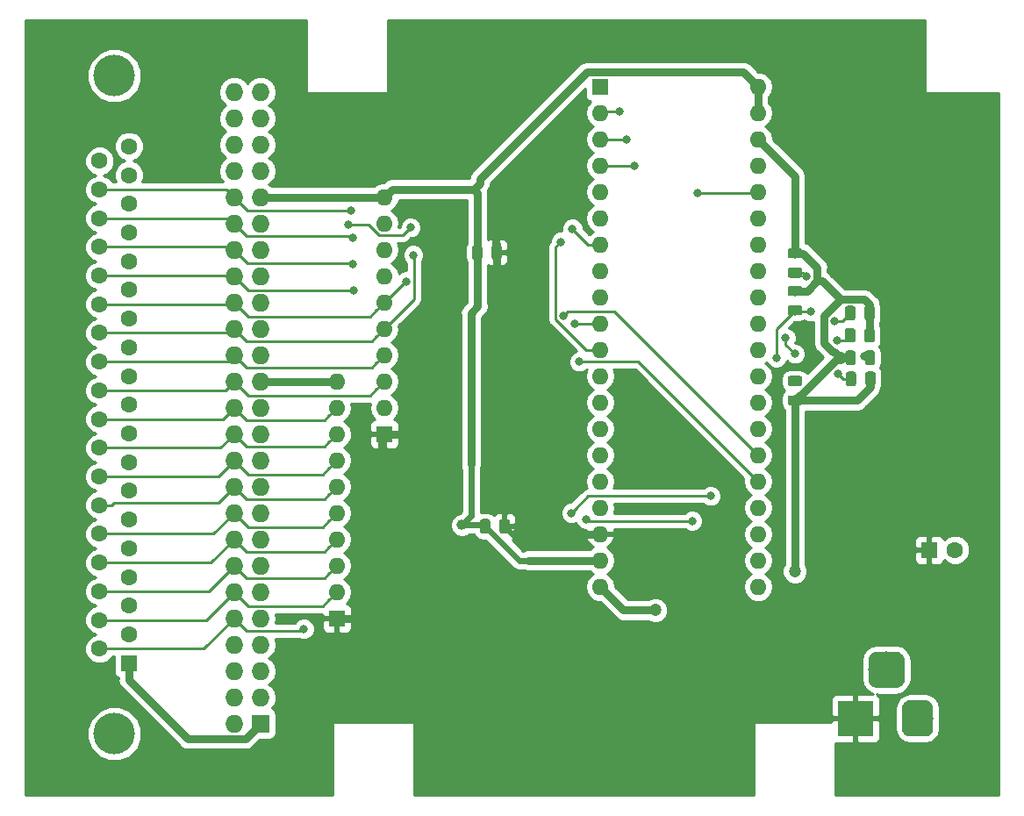
<source format=gbr>
G04 #@! TF.GenerationSoftware,KiCad,Pcbnew,5.0.2-bee76a0~70~ubuntu16.04.1*
G04 #@! TF.CreationDate,2022-08-12T20:32:27+02:00*
G04 #@! TF.ProjectId,QIC02EMU,51494330-3245-44d5-952e-6b696361645f,rev?*
G04 #@! TF.SameCoordinates,Original*
G04 #@! TF.FileFunction,Copper,L2,Bot*
G04 #@! TF.FilePolarity,Positive*
%FSLAX46Y46*%
G04 Gerber Fmt 4.6, Leading zero omitted, Abs format (unit mm)*
G04 Created by KiCad (PCBNEW 5.0.2-bee76a0~70~ubuntu16.04.1) date fre 12 aug 2022 20:32:27*
%MOMM*%
%LPD*%
G01*
G04 APERTURE LIST*
G04 #@! TA.AperFunction,ComponentPad*
%ADD10R,1.600000X1.600000*%
G04 #@! TD*
G04 #@! TA.AperFunction,ComponentPad*
%ADD11O,1.600000X1.600000*%
G04 #@! TD*
G04 #@! TA.AperFunction,ComponentPad*
%ADD12C,1.600000*%
G04 #@! TD*
G04 #@! TA.AperFunction,ComponentPad*
%ADD13C,4.000000*%
G04 #@! TD*
G04 #@! TA.AperFunction,ComponentPad*
%ADD14R,1.727200X1.727200*%
G04 #@! TD*
G04 #@! TA.AperFunction,ComponentPad*
%ADD15O,1.727200X1.727200*%
G04 #@! TD*
G04 #@! TA.AperFunction,Conductor*
%ADD16C,0.100000*%
G04 #@! TD*
G04 #@! TA.AperFunction,SMDPad,CuDef*
%ADD17C,0.975000*%
G04 #@! TD*
G04 #@! TA.AperFunction,ComponentPad*
%ADD18R,3.500000X3.500000*%
G04 #@! TD*
G04 #@! TA.AperFunction,ComponentPad*
%ADD19C,3.000000*%
G04 #@! TD*
G04 #@! TA.AperFunction,ComponentPad*
%ADD20C,3.500000*%
G04 #@! TD*
G04 #@! TA.AperFunction,ViaPad*
%ADD21C,1.200000*%
G04 #@! TD*
G04 #@! TA.AperFunction,ViaPad*
%ADD22C,0.800000*%
G04 #@! TD*
G04 #@! TA.AperFunction,ViaPad*
%ADD23C,1.000000*%
G04 #@! TD*
G04 #@! TA.AperFunction,Conductor*
%ADD24C,0.800000*%
G04 #@! TD*
G04 #@! TA.AperFunction,Conductor*
%ADD25C,0.250000*%
G04 #@! TD*
G04 #@! TA.AperFunction,Conductor*
%ADD26C,0.600000*%
G04 #@! TD*
G04 #@! TA.AperFunction,Conductor*
%ADD27C,0.254000*%
G04 #@! TD*
G04 APERTURE END LIST*
D10*
G04 #@! TO.P,U1,1*
G04 #@! TO.N,/D4*
X129794000Y-90932000D03*
D11*
G04 #@! TO.P,U1,21*
G04 #@! TO.N,Net-(U1-Pad21)*
X145034000Y-139192000D03*
G04 #@! TO.P,U1,2*
G04 #@! TO.N,/D5*
X129794000Y-93472000D03*
G04 #@! TO.P,U1,22*
G04 #@! TO.N,Net-(U1-Pad22)*
X145034000Y-136652000D03*
G04 #@! TO.P,U1,3*
G04 #@! TO.N,/D6*
X129794000Y-96012000D03*
G04 #@! TO.P,U1,23*
G04 #@! TO.N,Net-(U1-Pad23)*
X145034000Y-134112000D03*
G04 #@! TO.P,U1,4*
G04 #@! TO.N,/D7*
X129794000Y-98552000D03*
G04 #@! TO.P,U1,24*
G04 #@! TO.N,Net-(U1-Pad24)*
X145034000Y-131572000D03*
G04 #@! TO.P,U1,5*
G04 #@! TO.N,/IONL*
X129794000Y-101092000D03*
G04 #@! TO.P,U1,25*
G04 #@! TO.N,/IACK*
X145034000Y-129032000D03*
G04 #@! TO.P,U1,6*
G04 #@! TO.N,/IEXC*
X129794000Y-103632000D03*
G04 #@! TO.P,U1,26*
G04 #@! TO.N,/IRDY*
X145034000Y-126492000D03*
G04 #@! TO.P,U1,7*
G04 #@! TO.N,/IDIR*
X129794000Y-106172000D03*
G04 #@! TO.P,U1,27*
G04 #@! TO.N,/TR_EN*
X145034000Y-123952000D03*
G04 #@! TO.P,U1,8*
G04 #@! TO.N,Net-(U1-Pad8)*
X129794000Y-108712000D03*
G04 #@! TO.P,U1,28*
G04 #@! TO.N,Net-(U1-Pad28)*
X145034000Y-121412000D03*
G04 #@! TO.P,U1,9*
G04 #@! TO.N,Net-(U1-Pad9)*
X129794000Y-111252000D03*
G04 #@! TO.P,U1,29*
G04 #@! TO.N,/SD_CS*
X145034000Y-118872000D03*
G04 #@! TO.P,U1,10*
G04 #@! TO.N,/IXFR*
X129794000Y-113792000D03*
G04 #@! TO.P,U1,30*
G04 #@! TO.N,/SD_CLK*
X145034000Y-116332000D03*
G04 #@! TO.P,U1,11*
G04 #@! TO.N,/IREQ*
X129794000Y-116332000D03*
G04 #@! TO.P,U1,31*
G04 #@! TO.N,/SD_MISO*
X145034000Y-113792000D03*
G04 #@! TO.P,U1,12*
G04 #@! TO.N,/IRST*
X129794000Y-118872000D03*
G04 #@! TO.P,U1,32*
G04 #@! TO.N,/SD_MOSI*
X145034000Y-111252000D03*
G04 #@! TO.P,U1,13*
G04 #@! TO.N,Net-(U1-Pad13)*
X129794000Y-121412000D03*
G04 #@! TO.P,U1,33*
G04 #@! TO.N,Net-(U1-Pad33)*
X145034000Y-108712000D03*
G04 #@! TO.P,U1,14*
G04 #@! TO.N,/PE*
X129794000Y-123952000D03*
G04 #@! TO.P,U1,34*
G04 #@! TO.N,Net-(U1-Pad34)*
X145034000Y-106172000D03*
G04 #@! TO.P,U1,15*
G04 #@! TO.N,Net-(U1-Pad15)*
X129794000Y-126492000D03*
G04 #@! TO.P,U1,35*
G04 #@! TO.N,/D2*
X145034000Y-103632000D03*
G04 #@! TO.P,U1,16*
G04 #@! TO.N,/D0*
X129794000Y-129032000D03*
G04 #@! TO.P,U1,36*
G04 #@! TO.N,/D3*
X145034000Y-101092000D03*
G04 #@! TO.P,U1,17*
G04 #@! TO.N,/D1*
X129794000Y-131572000D03*
G04 #@! TO.P,U1,37*
G04 #@! TO.N,Net-(U1-Pad37)*
X145034000Y-98552000D03*
G04 #@! TO.P,U1,18*
G04 #@! TO.N,+5V*
X129794000Y-134112000D03*
G04 #@! TO.P,U1,38*
G04 #@! TO.N,+3V3*
X145034000Y-96012000D03*
G04 #@! TO.P,U1,19*
G04 #@! TO.N,GND*
X129794000Y-136652000D03*
G04 #@! TO.P,U1,39*
X145034000Y-93472000D03*
G04 #@! TO.P,U1,20*
G04 #@! TO.N,+3V3*
X129794000Y-139192000D03*
G04 #@! TO.P,U1,40*
G04 #@! TO.N,GND*
X145034000Y-90932000D03*
G04 #@! TD*
D10*
G04 #@! TO.P,J4,1*
G04 #@! TO.N,GND*
X84328000Y-146558000D03*
D12*
G04 #@! TO.P,J4,2*
X84328000Y-143788000D03*
G04 #@! TO.P,J4,3*
X84328000Y-141018000D03*
G04 #@! TO.P,J4,4*
X84328000Y-138248000D03*
G04 #@! TO.P,J4,5*
X84328000Y-135478000D03*
G04 #@! TO.P,J4,6*
X84328000Y-132708000D03*
G04 #@! TO.P,J4,7*
X84328000Y-129938000D03*
G04 #@! TO.P,J4,8*
X84328000Y-127168000D03*
G04 #@! TO.P,J4,9*
X84328000Y-124398000D03*
G04 #@! TO.P,J4,10*
X84328000Y-121628000D03*
G04 #@! TO.P,J4,11*
X84328000Y-118858000D03*
G04 #@! TO.P,J4,12*
X84328000Y-116088000D03*
G04 #@! TO.P,J4,13*
X84328000Y-113318000D03*
G04 #@! TO.P,J4,14*
X84328000Y-110548000D03*
G04 #@! TO.P,J4,15*
X84328000Y-107778000D03*
G04 #@! TO.P,J4,16*
X84328000Y-105008000D03*
G04 #@! TO.P,J4,17*
X84328000Y-102238000D03*
G04 #@! TO.P,J4,18*
X84328000Y-99468000D03*
G04 #@! TO.P,J4,19*
X84328000Y-96698000D03*
G04 #@! TO.P,J4,20*
G04 #@! TO.N,/~HBP*
X81488000Y-145173000D03*
G04 #@! TO.P,J4,21*
G04 #@! TO.N,/~HB7*
X81488000Y-142403000D03*
G04 #@! TO.P,J4,22*
G04 #@! TO.N,/~HB6*
X81488000Y-139633000D03*
G04 #@! TO.P,J4,23*
G04 #@! TO.N,/~HB5*
X81488000Y-136863000D03*
G04 #@! TO.P,J4,24*
G04 #@! TO.N,/~HB4*
X81488000Y-134093000D03*
G04 #@! TO.P,J4,25*
G04 #@! TO.N,/~HB3*
X81488000Y-131323000D03*
G04 #@! TO.P,J4,26*
G04 #@! TO.N,/~HB2*
X81488000Y-128553000D03*
G04 #@! TO.P,J4,27*
G04 #@! TO.N,/~HB1*
X81488000Y-125783000D03*
G04 #@! TO.P,J4,28*
G04 #@! TO.N,/~HB0*
X81488000Y-123013000D03*
G04 #@! TO.P,J4,29*
G04 #@! TO.N,/~ONL*
X81488000Y-120243000D03*
G04 #@! TO.P,J4,30*
G04 #@! TO.N,/~REQ*
X81488000Y-117473000D03*
G04 #@! TO.P,J4,31*
G04 #@! TO.N,/~RST*
X81488000Y-114703000D03*
G04 #@! TO.P,J4,32*
G04 #@! TO.N,/~XFR*
X81488000Y-111933000D03*
G04 #@! TO.P,J4,33*
G04 #@! TO.N,/~ACK*
X81488000Y-109163000D03*
G04 #@! TO.P,J4,34*
G04 #@! TO.N,/~RDY*
X81488000Y-106393000D03*
G04 #@! TO.P,J4,35*
G04 #@! TO.N,/~EXC*
X81488000Y-103623000D03*
G04 #@! TO.P,J4,36*
G04 #@! TO.N,/~DIR*
X81488000Y-100853000D03*
G04 #@! TO.P,J4,37*
G04 #@! TO.N,Net-(J4-Pad37)*
X81488000Y-98083000D03*
D13*
G04 #@! TO.P,J4,0*
G04 #@! TO.N,GND*
X82908000Y-89878000D03*
X82908000Y-153378000D03*
G04 #@! TD*
D14*
G04 #@! TO.P,J3,1*
G04 #@! TO.N,GND*
X97028000Y-152400000D03*
D15*
G04 #@! TO.P,J3,2*
G04 #@! TO.N,Net-(J3-Pad2)*
X94488000Y-152400000D03*
G04 #@! TO.P,J3,3*
G04 #@! TO.N,GND*
X97028000Y-149860000D03*
G04 #@! TO.P,J3,4*
G04 #@! TO.N,Net-(J3-Pad4)*
X94488000Y-149860000D03*
G04 #@! TO.P,J3,5*
G04 #@! TO.N,GND*
X97028000Y-147320000D03*
G04 #@! TO.P,J3,6*
G04 #@! TO.N,Net-(J3-Pad6)*
X94488000Y-147320000D03*
G04 #@! TO.P,J3,7*
G04 #@! TO.N,GND*
X97028000Y-144780000D03*
G04 #@! TO.P,J3,8*
G04 #@! TO.N,Net-(J3-Pad8)*
X94488000Y-144780000D03*
G04 #@! TO.P,J3,9*
G04 #@! TO.N,GND*
X97028000Y-142240000D03*
G04 #@! TO.P,J3,10*
G04 #@! TO.N,/~HBP*
X94488000Y-142240000D03*
G04 #@! TO.P,J3,11*
G04 #@! TO.N,GND*
X97028000Y-139700000D03*
G04 #@! TO.P,J3,12*
G04 #@! TO.N,/~HB7*
X94488000Y-139700000D03*
G04 #@! TO.P,J3,13*
G04 #@! TO.N,GND*
X97028000Y-137160000D03*
G04 #@! TO.P,J3,14*
G04 #@! TO.N,/~HB6*
X94488000Y-137160000D03*
G04 #@! TO.P,J3,15*
G04 #@! TO.N,GND*
X97028000Y-134620000D03*
G04 #@! TO.P,J3,16*
G04 #@! TO.N,/~HB5*
X94488000Y-134620000D03*
G04 #@! TO.P,J3,17*
G04 #@! TO.N,GND*
X97028000Y-132080000D03*
G04 #@! TO.P,J3,18*
G04 #@! TO.N,/~HB4*
X94488000Y-132080000D03*
G04 #@! TO.P,J3,19*
G04 #@! TO.N,GND*
X97028000Y-129540000D03*
G04 #@! TO.P,J3,20*
G04 #@! TO.N,/~HB3*
X94488000Y-129540000D03*
G04 #@! TO.P,J3,21*
G04 #@! TO.N,GND*
X97028000Y-127000000D03*
G04 #@! TO.P,J3,22*
G04 #@! TO.N,/~HB2*
X94488000Y-127000000D03*
G04 #@! TO.P,J3,23*
G04 #@! TO.N,GND*
X97028000Y-124460000D03*
G04 #@! TO.P,J3,24*
G04 #@! TO.N,/~HB1*
X94488000Y-124460000D03*
G04 #@! TO.P,J3,25*
G04 #@! TO.N,GND*
X97028000Y-121920000D03*
G04 #@! TO.P,J3,26*
G04 #@! TO.N,/~HB0*
X94488000Y-121920000D03*
G04 #@! TO.P,J3,27*
G04 #@! TO.N,GND*
X97028000Y-119380000D03*
G04 #@! TO.P,J3,28*
G04 #@! TO.N,/~ONL*
X94488000Y-119380000D03*
G04 #@! TO.P,J3,29*
G04 #@! TO.N,GND*
X97028000Y-116840000D03*
G04 #@! TO.P,J3,30*
G04 #@! TO.N,/~REQ*
X94488000Y-116840000D03*
G04 #@! TO.P,J3,31*
G04 #@! TO.N,GND*
X97028000Y-114300000D03*
G04 #@! TO.P,J3,32*
G04 #@! TO.N,/~RST*
X94488000Y-114300000D03*
G04 #@! TO.P,J3,33*
G04 #@! TO.N,GND*
X97028000Y-111760000D03*
G04 #@! TO.P,J3,34*
G04 #@! TO.N,/~XFR*
X94488000Y-111760000D03*
G04 #@! TO.P,J3,35*
G04 #@! TO.N,GND*
X97028000Y-109220000D03*
G04 #@! TO.P,J3,36*
G04 #@! TO.N,/~ACK*
X94488000Y-109220000D03*
G04 #@! TO.P,J3,37*
G04 #@! TO.N,GND*
X97028000Y-106680000D03*
G04 #@! TO.P,J3,38*
G04 #@! TO.N,/~RDY*
X94488000Y-106680000D03*
G04 #@! TO.P,J3,39*
G04 #@! TO.N,GND*
X97028000Y-104140000D03*
G04 #@! TO.P,J3,40*
G04 #@! TO.N,/~EXC*
X94488000Y-104140000D03*
G04 #@! TO.P,J3,41*
G04 #@! TO.N,GND*
X97028000Y-101600000D03*
G04 #@! TO.P,J3,42*
G04 #@! TO.N,/~DIR*
X94488000Y-101600000D03*
G04 #@! TO.P,J3,43*
G04 #@! TO.N,GND*
X97028000Y-99060000D03*
G04 #@! TO.P,J3,44*
G04 #@! TO.N,Net-(J3-Pad44)*
X94488000Y-99060000D03*
G04 #@! TO.P,J3,45*
G04 #@! TO.N,GND*
X97028000Y-96520000D03*
G04 #@! TO.P,J3,46*
G04 #@! TO.N,Net-(J3-Pad46)*
X94488000Y-96520000D03*
G04 #@! TO.P,J3,47*
G04 #@! TO.N,GND*
X97028000Y-93980000D03*
G04 #@! TO.P,J3,48*
G04 #@! TO.N,Net-(J3-Pad48)*
X94488000Y-93980000D03*
G04 #@! TO.P,J3,49*
G04 #@! TO.N,GND*
X97028000Y-91440000D03*
G04 #@! TO.P,J3,50*
G04 #@! TO.N,Net-(J3-Pad50)*
X94488000Y-91440000D03*
G04 #@! TD*
D16*
G04 #@! TO.N,+5V*
G04 #@! TO.C,C2*
G36*
X120077142Y-106235174D02*
X120100803Y-106238684D01*
X120124007Y-106244496D01*
X120146529Y-106252554D01*
X120168153Y-106262782D01*
X120188670Y-106275079D01*
X120207883Y-106289329D01*
X120225607Y-106305393D01*
X120241671Y-106323117D01*
X120255921Y-106342330D01*
X120268218Y-106362847D01*
X120278446Y-106384471D01*
X120286504Y-106406993D01*
X120292316Y-106430197D01*
X120295826Y-106453858D01*
X120297000Y-106477750D01*
X120297000Y-107390250D01*
X120295826Y-107414142D01*
X120292316Y-107437803D01*
X120286504Y-107461007D01*
X120278446Y-107483529D01*
X120268218Y-107505153D01*
X120255921Y-107525670D01*
X120241671Y-107544883D01*
X120225607Y-107562607D01*
X120207883Y-107578671D01*
X120188670Y-107592921D01*
X120168153Y-107605218D01*
X120146529Y-107615446D01*
X120124007Y-107623504D01*
X120100803Y-107629316D01*
X120077142Y-107632826D01*
X120053250Y-107634000D01*
X119565750Y-107634000D01*
X119541858Y-107632826D01*
X119518197Y-107629316D01*
X119494993Y-107623504D01*
X119472471Y-107615446D01*
X119450847Y-107605218D01*
X119430330Y-107592921D01*
X119411117Y-107578671D01*
X119393393Y-107562607D01*
X119377329Y-107544883D01*
X119363079Y-107525670D01*
X119350782Y-107505153D01*
X119340554Y-107483529D01*
X119332496Y-107461007D01*
X119326684Y-107437803D01*
X119323174Y-107414142D01*
X119322000Y-107390250D01*
X119322000Y-106477750D01*
X119323174Y-106453858D01*
X119326684Y-106430197D01*
X119332496Y-106406993D01*
X119340554Y-106384471D01*
X119350782Y-106362847D01*
X119363079Y-106342330D01*
X119377329Y-106323117D01*
X119393393Y-106305393D01*
X119411117Y-106289329D01*
X119430330Y-106275079D01*
X119450847Y-106262782D01*
X119472471Y-106252554D01*
X119494993Y-106244496D01*
X119518197Y-106238684D01*
X119541858Y-106235174D01*
X119565750Y-106234000D01*
X120053250Y-106234000D01*
X120077142Y-106235174D01*
X120077142Y-106235174D01*
G37*
D17*
G04 #@! TD*
G04 #@! TO.P,C2,1*
G04 #@! TO.N,+5V*
X119809500Y-106934000D03*
D16*
G04 #@! TO.N,GND*
G04 #@! TO.C,C2*
G36*
X118202142Y-106235174D02*
X118225803Y-106238684D01*
X118249007Y-106244496D01*
X118271529Y-106252554D01*
X118293153Y-106262782D01*
X118313670Y-106275079D01*
X118332883Y-106289329D01*
X118350607Y-106305393D01*
X118366671Y-106323117D01*
X118380921Y-106342330D01*
X118393218Y-106362847D01*
X118403446Y-106384471D01*
X118411504Y-106406993D01*
X118417316Y-106430197D01*
X118420826Y-106453858D01*
X118422000Y-106477750D01*
X118422000Y-107390250D01*
X118420826Y-107414142D01*
X118417316Y-107437803D01*
X118411504Y-107461007D01*
X118403446Y-107483529D01*
X118393218Y-107505153D01*
X118380921Y-107525670D01*
X118366671Y-107544883D01*
X118350607Y-107562607D01*
X118332883Y-107578671D01*
X118313670Y-107592921D01*
X118293153Y-107605218D01*
X118271529Y-107615446D01*
X118249007Y-107623504D01*
X118225803Y-107629316D01*
X118202142Y-107632826D01*
X118178250Y-107634000D01*
X117690750Y-107634000D01*
X117666858Y-107632826D01*
X117643197Y-107629316D01*
X117619993Y-107623504D01*
X117597471Y-107615446D01*
X117575847Y-107605218D01*
X117555330Y-107592921D01*
X117536117Y-107578671D01*
X117518393Y-107562607D01*
X117502329Y-107544883D01*
X117488079Y-107525670D01*
X117475782Y-107505153D01*
X117465554Y-107483529D01*
X117457496Y-107461007D01*
X117451684Y-107437803D01*
X117448174Y-107414142D01*
X117447000Y-107390250D01*
X117447000Y-106477750D01*
X117448174Y-106453858D01*
X117451684Y-106430197D01*
X117457496Y-106406993D01*
X117465554Y-106384471D01*
X117475782Y-106362847D01*
X117488079Y-106342330D01*
X117502329Y-106323117D01*
X117518393Y-106305393D01*
X117536117Y-106289329D01*
X117555330Y-106275079D01*
X117575847Y-106262782D01*
X117597471Y-106252554D01*
X117619993Y-106244496D01*
X117643197Y-106238684D01*
X117666858Y-106235174D01*
X117690750Y-106234000D01*
X118178250Y-106234000D01*
X118202142Y-106235174D01*
X118202142Y-106235174D01*
G37*
D17*
G04 #@! TD*
G04 #@! TO.P,C2,2*
G04 #@! TO.N,GND*
X117934500Y-106934000D03*
D16*
G04 #@! TO.N,GND*
G04 #@! TO.C,C3*
G36*
X156096642Y-116395174D02*
X156120303Y-116398684D01*
X156143507Y-116404496D01*
X156166029Y-116412554D01*
X156187653Y-116422782D01*
X156208170Y-116435079D01*
X156227383Y-116449329D01*
X156245107Y-116465393D01*
X156261171Y-116483117D01*
X156275421Y-116502330D01*
X156287718Y-116522847D01*
X156297946Y-116544471D01*
X156306004Y-116566993D01*
X156311816Y-116590197D01*
X156315326Y-116613858D01*
X156316500Y-116637750D01*
X156316500Y-117550250D01*
X156315326Y-117574142D01*
X156311816Y-117597803D01*
X156306004Y-117621007D01*
X156297946Y-117643529D01*
X156287718Y-117665153D01*
X156275421Y-117685670D01*
X156261171Y-117704883D01*
X156245107Y-117722607D01*
X156227383Y-117738671D01*
X156208170Y-117752921D01*
X156187653Y-117765218D01*
X156166029Y-117775446D01*
X156143507Y-117783504D01*
X156120303Y-117789316D01*
X156096642Y-117792826D01*
X156072750Y-117794000D01*
X155585250Y-117794000D01*
X155561358Y-117792826D01*
X155537697Y-117789316D01*
X155514493Y-117783504D01*
X155491971Y-117775446D01*
X155470347Y-117765218D01*
X155449830Y-117752921D01*
X155430617Y-117738671D01*
X155412893Y-117722607D01*
X155396829Y-117704883D01*
X155382579Y-117685670D01*
X155370282Y-117665153D01*
X155360054Y-117643529D01*
X155351996Y-117621007D01*
X155346184Y-117597803D01*
X155342674Y-117574142D01*
X155341500Y-117550250D01*
X155341500Y-116637750D01*
X155342674Y-116613858D01*
X155346184Y-116590197D01*
X155351996Y-116566993D01*
X155360054Y-116544471D01*
X155370282Y-116522847D01*
X155382579Y-116502330D01*
X155396829Y-116483117D01*
X155412893Y-116465393D01*
X155430617Y-116449329D01*
X155449830Y-116435079D01*
X155470347Y-116422782D01*
X155491971Y-116412554D01*
X155514493Y-116404496D01*
X155537697Y-116398684D01*
X155561358Y-116395174D01*
X155585250Y-116394000D01*
X156072750Y-116394000D01*
X156096642Y-116395174D01*
X156096642Y-116395174D01*
G37*
D17*
G04 #@! TD*
G04 #@! TO.P,C3,2*
G04 #@! TO.N,GND*
X155829000Y-117094000D03*
D16*
G04 #@! TO.N,+3V3*
G04 #@! TO.C,C3*
G36*
X154221642Y-116395174D02*
X154245303Y-116398684D01*
X154268507Y-116404496D01*
X154291029Y-116412554D01*
X154312653Y-116422782D01*
X154333170Y-116435079D01*
X154352383Y-116449329D01*
X154370107Y-116465393D01*
X154386171Y-116483117D01*
X154400421Y-116502330D01*
X154412718Y-116522847D01*
X154422946Y-116544471D01*
X154431004Y-116566993D01*
X154436816Y-116590197D01*
X154440326Y-116613858D01*
X154441500Y-116637750D01*
X154441500Y-117550250D01*
X154440326Y-117574142D01*
X154436816Y-117597803D01*
X154431004Y-117621007D01*
X154422946Y-117643529D01*
X154412718Y-117665153D01*
X154400421Y-117685670D01*
X154386171Y-117704883D01*
X154370107Y-117722607D01*
X154352383Y-117738671D01*
X154333170Y-117752921D01*
X154312653Y-117765218D01*
X154291029Y-117775446D01*
X154268507Y-117783504D01*
X154245303Y-117789316D01*
X154221642Y-117792826D01*
X154197750Y-117794000D01*
X153710250Y-117794000D01*
X153686358Y-117792826D01*
X153662697Y-117789316D01*
X153639493Y-117783504D01*
X153616971Y-117775446D01*
X153595347Y-117765218D01*
X153574830Y-117752921D01*
X153555617Y-117738671D01*
X153537893Y-117722607D01*
X153521829Y-117704883D01*
X153507579Y-117685670D01*
X153495282Y-117665153D01*
X153485054Y-117643529D01*
X153476996Y-117621007D01*
X153471184Y-117597803D01*
X153467674Y-117574142D01*
X153466500Y-117550250D01*
X153466500Y-116637750D01*
X153467674Y-116613858D01*
X153471184Y-116590197D01*
X153476996Y-116566993D01*
X153485054Y-116544471D01*
X153495282Y-116522847D01*
X153507579Y-116502330D01*
X153521829Y-116483117D01*
X153537893Y-116465393D01*
X153555617Y-116449329D01*
X153574830Y-116435079D01*
X153595347Y-116422782D01*
X153616971Y-116412554D01*
X153639493Y-116404496D01*
X153662697Y-116398684D01*
X153686358Y-116395174D01*
X153710250Y-116394000D01*
X154197750Y-116394000D01*
X154221642Y-116395174D01*
X154221642Y-116395174D01*
G37*
D17*
G04 #@! TD*
G04 #@! TO.P,C3,1*
G04 #@! TO.N,+3V3*
X153954000Y-117094000D03*
D16*
G04 #@! TO.N,+5V*
G04 #@! TO.C,C4*
G36*
X120839142Y-132651174D02*
X120862803Y-132654684D01*
X120886007Y-132660496D01*
X120908529Y-132668554D01*
X120930153Y-132678782D01*
X120950670Y-132691079D01*
X120969883Y-132705329D01*
X120987607Y-132721393D01*
X121003671Y-132739117D01*
X121017921Y-132758330D01*
X121030218Y-132778847D01*
X121040446Y-132800471D01*
X121048504Y-132822993D01*
X121054316Y-132846197D01*
X121057826Y-132869858D01*
X121059000Y-132893750D01*
X121059000Y-133806250D01*
X121057826Y-133830142D01*
X121054316Y-133853803D01*
X121048504Y-133877007D01*
X121040446Y-133899529D01*
X121030218Y-133921153D01*
X121017921Y-133941670D01*
X121003671Y-133960883D01*
X120987607Y-133978607D01*
X120969883Y-133994671D01*
X120950670Y-134008921D01*
X120930153Y-134021218D01*
X120908529Y-134031446D01*
X120886007Y-134039504D01*
X120862803Y-134045316D01*
X120839142Y-134048826D01*
X120815250Y-134050000D01*
X120327750Y-134050000D01*
X120303858Y-134048826D01*
X120280197Y-134045316D01*
X120256993Y-134039504D01*
X120234471Y-134031446D01*
X120212847Y-134021218D01*
X120192330Y-134008921D01*
X120173117Y-133994671D01*
X120155393Y-133978607D01*
X120139329Y-133960883D01*
X120125079Y-133941670D01*
X120112782Y-133921153D01*
X120102554Y-133899529D01*
X120094496Y-133877007D01*
X120088684Y-133853803D01*
X120085174Y-133830142D01*
X120084000Y-133806250D01*
X120084000Y-132893750D01*
X120085174Y-132869858D01*
X120088684Y-132846197D01*
X120094496Y-132822993D01*
X120102554Y-132800471D01*
X120112782Y-132778847D01*
X120125079Y-132758330D01*
X120139329Y-132739117D01*
X120155393Y-132721393D01*
X120173117Y-132705329D01*
X120192330Y-132691079D01*
X120212847Y-132678782D01*
X120234471Y-132668554D01*
X120256993Y-132660496D01*
X120280197Y-132654684D01*
X120303858Y-132651174D01*
X120327750Y-132650000D01*
X120815250Y-132650000D01*
X120839142Y-132651174D01*
X120839142Y-132651174D01*
G37*
D17*
G04 #@! TD*
G04 #@! TO.P,C4,1*
G04 #@! TO.N,+5V*
X120571500Y-133350000D03*
D16*
G04 #@! TO.N,GND*
G04 #@! TO.C,C4*
G36*
X118964142Y-132651174D02*
X118987803Y-132654684D01*
X119011007Y-132660496D01*
X119033529Y-132668554D01*
X119055153Y-132678782D01*
X119075670Y-132691079D01*
X119094883Y-132705329D01*
X119112607Y-132721393D01*
X119128671Y-132739117D01*
X119142921Y-132758330D01*
X119155218Y-132778847D01*
X119165446Y-132800471D01*
X119173504Y-132822993D01*
X119179316Y-132846197D01*
X119182826Y-132869858D01*
X119184000Y-132893750D01*
X119184000Y-133806250D01*
X119182826Y-133830142D01*
X119179316Y-133853803D01*
X119173504Y-133877007D01*
X119165446Y-133899529D01*
X119155218Y-133921153D01*
X119142921Y-133941670D01*
X119128671Y-133960883D01*
X119112607Y-133978607D01*
X119094883Y-133994671D01*
X119075670Y-134008921D01*
X119055153Y-134021218D01*
X119033529Y-134031446D01*
X119011007Y-134039504D01*
X118987803Y-134045316D01*
X118964142Y-134048826D01*
X118940250Y-134050000D01*
X118452750Y-134050000D01*
X118428858Y-134048826D01*
X118405197Y-134045316D01*
X118381993Y-134039504D01*
X118359471Y-134031446D01*
X118337847Y-134021218D01*
X118317330Y-134008921D01*
X118298117Y-133994671D01*
X118280393Y-133978607D01*
X118264329Y-133960883D01*
X118250079Y-133941670D01*
X118237782Y-133921153D01*
X118227554Y-133899529D01*
X118219496Y-133877007D01*
X118213684Y-133853803D01*
X118210174Y-133830142D01*
X118209000Y-133806250D01*
X118209000Y-132893750D01*
X118210174Y-132869858D01*
X118213684Y-132846197D01*
X118219496Y-132822993D01*
X118227554Y-132800471D01*
X118237782Y-132778847D01*
X118250079Y-132758330D01*
X118264329Y-132739117D01*
X118280393Y-132721393D01*
X118298117Y-132705329D01*
X118317330Y-132691079D01*
X118337847Y-132678782D01*
X118359471Y-132668554D01*
X118381993Y-132660496D01*
X118405197Y-132654684D01*
X118428858Y-132651174D01*
X118452750Y-132650000D01*
X118940250Y-132650000D01*
X118964142Y-132651174D01*
X118964142Y-132651174D01*
G37*
D17*
G04 #@! TD*
G04 #@! TO.P,C4,2*
G04 #@! TO.N,GND*
X118696500Y-133350000D03*
D10*
G04 #@! TO.P,C1,1*
G04 #@! TO.N,+5V*
X161544000Y-135636000D03*
D12*
G04 #@! TO.P,C1,2*
G04 #@! TO.N,GND*
X164044000Y-135636000D03*
G04 #@! TD*
D18*
G04 #@! TO.P,J1,1*
G04 #@! TO.N,+5V*
X154432000Y-151892000D03*
D16*
G04 #@! TD*
G04 #@! TO.N,GND*
G04 #@! TO.C,J1*
G36*
X161255513Y-150145611D02*
X161328318Y-150156411D01*
X161399714Y-150174295D01*
X161469013Y-150199090D01*
X161535548Y-150230559D01*
X161598678Y-150268398D01*
X161657795Y-150312242D01*
X161712330Y-150361670D01*
X161761758Y-150416205D01*
X161805602Y-150475322D01*
X161843441Y-150538452D01*
X161874910Y-150604987D01*
X161899705Y-150674286D01*
X161917589Y-150745682D01*
X161928389Y-150818487D01*
X161932000Y-150892000D01*
X161932000Y-152892000D01*
X161928389Y-152965513D01*
X161917589Y-153038318D01*
X161899705Y-153109714D01*
X161874910Y-153179013D01*
X161843441Y-153245548D01*
X161805602Y-153308678D01*
X161761758Y-153367795D01*
X161712330Y-153422330D01*
X161657795Y-153471758D01*
X161598678Y-153515602D01*
X161535548Y-153553441D01*
X161469013Y-153584910D01*
X161399714Y-153609705D01*
X161328318Y-153627589D01*
X161255513Y-153638389D01*
X161182000Y-153642000D01*
X159682000Y-153642000D01*
X159608487Y-153638389D01*
X159535682Y-153627589D01*
X159464286Y-153609705D01*
X159394987Y-153584910D01*
X159328452Y-153553441D01*
X159265322Y-153515602D01*
X159206205Y-153471758D01*
X159151670Y-153422330D01*
X159102242Y-153367795D01*
X159058398Y-153308678D01*
X159020559Y-153245548D01*
X158989090Y-153179013D01*
X158964295Y-153109714D01*
X158946411Y-153038318D01*
X158935611Y-152965513D01*
X158932000Y-152892000D01*
X158932000Y-150892000D01*
X158935611Y-150818487D01*
X158946411Y-150745682D01*
X158964295Y-150674286D01*
X158989090Y-150604987D01*
X159020559Y-150538452D01*
X159058398Y-150475322D01*
X159102242Y-150416205D01*
X159151670Y-150361670D01*
X159206205Y-150312242D01*
X159265322Y-150268398D01*
X159328452Y-150230559D01*
X159394987Y-150199090D01*
X159464286Y-150174295D01*
X159535682Y-150156411D01*
X159608487Y-150145611D01*
X159682000Y-150142000D01*
X161182000Y-150142000D01*
X161255513Y-150145611D01*
X161255513Y-150145611D01*
G37*
D19*
G04 #@! TO.P,J1,2*
G04 #@! TO.N,GND*
X160432000Y-151892000D03*
D16*
G04 #@! TD*
G04 #@! TO.N,GND*
G04 #@! TO.C,J1*
G36*
X158392765Y-145446213D02*
X158477704Y-145458813D01*
X158560999Y-145479677D01*
X158641848Y-145508605D01*
X158719472Y-145545319D01*
X158793124Y-145589464D01*
X158862094Y-145640616D01*
X158925718Y-145698282D01*
X158983384Y-145761906D01*
X159034536Y-145830876D01*
X159078681Y-145904528D01*
X159115395Y-145982152D01*
X159144323Y-146063001D01*
X159165187Y-146146296D01*
X159177787Y-146231235D01*
X159182000Y-146317000D01*
X159182000Y-148067000D01*
X159177787Y-148152765D01*
X159165187Y-148237704D01*
X159144323Y-148320999D01*
X159115395Y-148401848D01*
X159078681Y-148479472D01*
X159034536Y-148553124D01*
X158983384Y-148622094D01*
X158925718Y-148685718D01*
X158862094Y-148743384D01*
X158793124Y-148794536D01*
X158719472Y-148838681D01*
X158641848Y-148875395D01*
X158560999Y-148904323D01*
X158477704Y-148925187D01*
X158392765Y-148937787D01*
X158307000Y-148942000D01*
X156557000Y-148942000D01*
X156471235Y-148937787D01*
X156386296Y-148925187D01*
X156303001Y-148904323D01*
X156222152Y-148875395D01*
X156144528Y-148838681D01*
X156070876Y-148794536D01*
X156001906Y-148743384D01*
X155938282Y-148685718D01*
X155880616Y-148622094D01*
X155829464Y-148553124D01*
X155785319Y-148479472D01*
X155748605Y-148401848D01*
X155719677Y-148320999D01*
X155698813Y-148237704D01*
X155686213Y-148152765D01*
X155682000Y-148067000D01*
X155682000Y-146317000D01*
X155686213Y-146231235D01*
X155698813Y-146146296D01*
X155719677Y-146063001D01*
X155748605Y-145982152D01*
X155785319Y-145904528D01*
X155829464Y-145830876D01*
X155880616Y-145761906D01*
X155938282Y-145698282D01*
X156001906Y-145640616D01*
X156070876Y-145589464D01*
X156144528Y-145545319D01*
X156222152Y-145508605D01*
X156303001Y-145479677D01*
X156386296Y-145458813D01*
X156471235Y-145446213D01*
X156557000Y-145442000D01*
X158307000Y-145442000D01*
X158392765Y-145446213D01*
X158392765Y-145446213D01*
G37*
D20*
G04 #@! TO.P,J1,3*
G04 #@! TO.N,GND*
X157432000Y-147192000D03*
G04 #@! TD*
D16*
G04 #@! TO.N,/SD_MISO*
G04 #@! TO.C,R2*
G36*
X154270142Y-118427174D02*
X154293803Y-118430684D01*
X154317007Y-118436496D01*
X154339529Y-118444554D01*
X154361153Y-118454782D01*
X154381670Y-118467079D01*
X154400883Y-118481329D01*
X154418607Y-118497393D01*
X154434671Y-118515117D01*
X154448921Y-118534330D01*
X154461218Y-118554847D01*
X154471446Y-118576471D01*
X154479504Y-118598993D01*
X154485316Y-118622197D01*
X154488826Y-118645858D01*
X154490000Y-118669750D01*
X154490000Y-119582250D01*
X154488826Y-119606142D01*
X154485316Y-119629803D01*
X154479504Y-119653007D01*
X154471446Y-119675529D01*
X154461218Y-119697153D01*
X154448921Y-119717670D01*
X154434671Y-119736883D01*
X154418607Y-119754607D01*
X154400883Y-119770671D01*
X154381670Y-119784921D01*
X154361153Y-119797218D01*
X154339529Y-119807446D01*
X154317007Y-119815504D01*
X154293803Y-119821316D01*
X154270142Y-119824826D01*
X154246250Y-119826000D01*
X153758750Y-119826000D01*
X153734858Y-119824826D01*
X153711197Y-119821316D01*
X153687993Y-119815504D01*
X153665471Y-119807446D01*
X153643847Y-119797218D01*
X153623330Y-119784921D01*
X153604117Y-119770671D01*
X153586393Y-119754607D01*
X153570329Y-119736883D01*
X153556079Y-119717670D01*
X153543782Y-119697153D01*
X153533554Y-119675529D01*
X153525496Y-119653007D01*
X153519684Y-119629803D01*
X153516174Y-119606142D01*
X153515000Y-119582250D01*
X153515000Y-118669750D01*
X153516174Y-118645858D01*
X153519684Y-118622197D01*
X153525496Y-118598993D01*
X153533554Y-118576471D01*
X153543782Y-118554847D01*
X153556079Y-118534330D01*
X153570329Y-118515117D01*
X153586393Y-118497393D01*
X153604117Y-118481329D01*
X153623330Y-118467079D01*
X153643847Y-118454782D01*
X153665471Y-118444554D01*
X153687993Y-118436496D01*
X153711197Y-118430684D01*
X153734858Y-118427174D01*
X153758750Y-118426000D01*
X154246250Y-118426000D01*
X154270142Y-118427174D01*
X154270142Y-118427174D01*
G37*
D17*
G04 #@! TD*
G04 #@! TO.P,R2,2*
G04 #@! TO.N,/SD_MISO*
X154002500Y-119126000D03*
D16*
G04 #@! TO.N,+3V3*
G04 #@! TO.C,R2*
G36*
X156145142Y-118427174D02*
X156168803Y-118430684D01*
X156192007Y-118436496D01*
X156214529Y-118444554D01*
X156236153Y-118454782D01*
X156256670Y-118467079D01*
X156275883Y-118481329D01*
X156293607Y-118497393D01*
X156309671Y-118515117D01*
X156323921Y-118534330D01*
X156336218Y-118554847D01*
X156346446Y-118576471D01*
X156354504Y-118598993D01*
X156360316Y-118622197D01*
X156363826Y-118645858D01*
X156365000Y-118669750D01*
X156365000Y-119582250D01*
X156363826Y-119606142D01*
X156360316Y-119629803D01*
X156354504Y-119653007D01*
X156346446Y-119675529D01*
X156336218Y-119697153D01*
X156323921Y-119717670D01*
X156309671Y-119736883D01*
X156293607Y-119754607D01*
X156275883Y-119770671D01*
X156256670Y-119784921D01*
X156236153Y-119797218D01*
X156214529Y-119807446D01*
X156192007Y-119815504D01*
X156168803Y-119821316D01*
X156145142Y-119824826D01*
X156121250Y-119826000D01*
X155633750Y-119826000D01*
X155609858Y-119824826D01*
X155586197Y-119821316D01*
X155562993Y-119815504D01*
X155540471Y-119807446D01*
X155518847Y-119797218D01*
X155498330Y-119784921D01*
X155479117Y-119770671D01*
X155461393Y-119754607D01*
X155445329Y-119736883D01*
X155431079Y-119717670D01*
X155418782Y-119697153D01*
X155408554Y-119675529D01*
X155400496Y-119653007D01*
X155394684Y-119629803D01*
X155391174Y-119606142D01*
X155390000Y-119582250D01*
X155390000Y-118669750D01*
X155391174Y-118645858D01*
X155394684Y-118622197D01*
X155400496Y-118598993D01*
X155408554Y-118576471D01*
X155418782Y-118554847D01*
X155431079Y-118534330D01*
X155445329Y-118515117D01*
X155461393Y-118497393D01*
X155479117Y-118481329D01*
X155498330Y-118467079D01*
X155518847Y-118454782D01*
X155540471Y-118444554D01*
X155562993Y-118436496D01*
X155586197Y-118430684D01*
X155609858Y-118427174D01*
X155633750Y-118426000D01*
X156121250Y-118426000D01*
X156145142Y-118427174D01*
X156145142Y-118427174D01*
G37*
D17*
G04 #@! TD*
G04 #@! TO.P,R2,1*
G04 #@! TO.N,+3V3*
X155877500Y-119126000D03*
D16*
G04 #@! TO.N,+3V3*
G04 #@! TO.C,R1*
G36*
X149070142Y-120720174D02*
X149093803Y-120723684D01*
X149117007Y-120729496D01*
X149139529Y-120737554D01*
X149161153Y-120747782D01*
X149181670Y-120760079D01*
X149200883Y-120774329D01*
X149218607Y-120790393D01*
X149234671Y-120808117D01*
X149248921Y-120827330D01*
X149261218Y-120847847D01*
X149271446Y-120869471D01*
X149279504Y-120891993D01*
X149285316Y-120915197D01*
X149288826Y-120938858D01*
X149290000Y-120962750D01*
X149290000Y-121450250D01*
X149288826Y-121474142D01*
X149285316Y-121497803D01*
X149279504Y-121521007D01*
X149271446Y-121543529D01*
X149261218Y-121565153D01*
X149248921Y-121585670D01*
X149234671Y-121604883D01*
X149218607Y-121622607D01*
X149200883Y-121638671D01*
X149181670Y-121652921D01*
X149161153Y-121665218D01*
X149139529Y-121675446D01*
X149117007Y-121683504D01*
X149093803Y-121689316D01*
X149070142Y-121692826D01*
X149046250Y-121694000D01*
X148133750Y-121694000D01*
X148109858Y-121692826D01*
X148086197Y-121689316D01*
X148062993Y-121683504D01*
X148040471Y-121675446D01*
X148018847Y-121665218D01*
X147998330Y-121652921D01*
X147979117Y-121638671D01*
X147961393Y-121622607D01*
X147945329Y-121604883D01*
X147931079Y-121585670D01*
X147918782Y-121565153D01*
X147908554Y-121543529D01*
X147900496Y-121521007D01*
X147894684Y-121497803D01*
X147891174Y-121474142D01*
X147890000Y-121450250D01*
X147890000Y-120962750D01*
X147891174Y-120938858D01*
X147894684Y-120915197D01*
X147900496Y-120891993D01*
X147908554Y-120869471D01*
X147918782Y-120847847D01*
X147931079Y-120827330D01*
X147945329Y-120808117D01*
X147961393Y-120790393D01*
X147979117Y-120774329D01*
X147998330Y-120760079D01*
X148018847Y-120747782D01*
X148040471Y-120737554D01*
X148062993Y-120729496D01*
X148086197Y-120723684D01*
X148109858Y-120720174D01*
X148133750Y-120719000D01*
X149046250Y-120719000D01*
X149070142Y-120720174D01*
X149070142Y-120720174D01*
G37*
D17*
G04 #@! TD*
G04 #@! TO.P,R1,1*
G04 #@! TO.N,+3V3*
X148590000Y-121206500D03*
D16*
G04 #@! TO.N,Net-(J2-Pad8)*
G04 #@! TO.C,R1*
G36*
X149070142Y-118845174D02*
X149093803Y-118848684D01*
X149117007Y-118854496D01*
X149139529Y-118862554D01*
X149161153Y-118872782D01*
X149181670Y-118885079D01*
X149200883Y-118899329D01*
X149218607Y-118915393D01*
X149234671Y-118933117D01*
X149248921Y-118952330D01*
X149261218Y-118972847D01*
X149271446Y-118994471D01*
X149279504Y-119016993D01*
X149285316Y-119040197D01*
X149288826Y-119063858D01*
X149290000Y-119087750D01*
X149290000Y-119575250D01*
X149288826Y-119599142D01*
X149285316Y-119622803D01*
X149279504Y-119646007D01*
X149271446Y-119668529D01*
X149261218Y-119690153D01*
X149248921Y-119710670D01*
X149234671Y-119729883D01*
X149218607Y-119747607D01*
X149200883Y-119763671D01*
X149181670Y-119777921D01*
X149161153Y-119790218D01*
X149139529Y-119800446D01*
X149117007Y-119808504D01*
X149093803Y-119814316D01*
X149070142Y-119817826D01*
X149046250Y-119819000D01*
X148133750Y-119819000D01*
X148109858Y-119817826D01*
X148086197Y-119814316D01*
X148062993Y-119808504D01*
X148040471Y-119800446D01*
X148018847Y-119790218D01*
X147998330Y-119777921D01*
X147979117Y-119763671D01*
X147961393Y-119747607D01*
X147945329Y-119729883D01*
X147931079Y-119710670D01*
X147918782Y-119690153D01*
X147908554Y-119668529D01*
X147900496Y-119646007D01*
X147894684Y-119622803D01*
X147891174Y-119599142D01*
X147890000Y-119575250D01*
X147890000Y-119087750D01*
X147891174Y-119063858D01*
X147894684Y-119040197D01*
X147900496Y-119016993D01*
X147908554Y-118994471D01*
X147918782Y-118972847D01*
X147931079Y-118952330D01*
X147945329Y-118933117D01*
X147961393Y-118915393D01*
X147979117Y-118899329D01*
X147998330Y-118885079D01*
X148018847Y-118872782D01*
X148040471Y-118862554D01*
X148062993Y-118854496D01*
X148086197Y-118848684D01*
X148109858Y-118845174D01*
X148133750Y-118844000D01*
X149046250Y-118844000D01*
X149070142Y-118845174D01*
X149070142Y-118845174D01*
G37*
D17*
G04 #@! TD*
G04 #@! TO.P,R1,2*
G04 #@! TO.N,Net-(J2-Pad8)*
X148590000Y-119331500D03*
D16*
G04 #@! TO.N,/SD_CLK*
G04 #@! TO.C,R3*
G36*
X154191642Y-114236174D02*
X154215303Y-114239684D01*
X154238507Y-114245496D01*
X154261029Y-114253554D01*
X154282653Y-114263782D01*
X154303170Y-114276079D01*
X154322383Y-114290329D01*
X154340107Y-114306393D01*
X154356171Y-114324117D01*
X154370421Y-114343330D01*
X154382718Y-114363847D01*
X154392946Y-114385471D01*
X154401004Y-114407993D01*
X154406816Y-114431197D01*
X154410326Y-114454858D01*
X154411500Y-114478750D01*
X154411500Y-115391250D01*
X154410326Y-115415142D01*
X154406816Y-115438803D01*
X154401004Y-115462007D01*
X154392946Y-115484529D01*
X154382718Y-115506153D01*
X154370421Y-115526670D01*
X154356171Y-115545883D01*
X154340107Y-115563607D01*
X154322383Y-115579671D01*
X154303170Y-115593921D01*
X154282653Y-115606218D01*
X154261029Y-115616446D01*
X154238507Y-115624504D01*
X154215303Y-115630316D01*
X154191642Y-115633826D01*
X154167750Y-115635000D01*
X153680250Y-115635000D01*
X153656358Y-115633826D01*
X153632697Y-115630316D01*
X153609493Y-115624504D01*
X153586971Y-115616446D01*
X153565347Y-115606218D01*
X153544830Y-115593921D01*
X153525617Y-115579671D01*
X153507893Y-115563607D01*
X153491829Y-115545883D01*
X153477579Y-115526670D01*
X153465282Y-115506153D01*
X153455054Y-115484529D01*
X153446996Y-115462007D01*
X153441184Y-115438803D01*
X153437674Y-115415142D01*
X153436500Y-115391250D01*
X153436500Y-114478750D01*
X153437674Y-114454858D01*
X153441184Y-114431197D01*
X153446996Y-114407993D01*
X153455054Y-114385471D01*
X153465282Y-114363847D01*
X153477579Y-114343330D01*
X153491829Y-114324117D01*
X153507893Y-114306393D01*
X153525617Y-114290329D01*
X153544830Y-114276079D01*
X153565347Y-114263782D01*
X153586971Y-114253554D01*
X153609493Y-114245496D01*
X153632697Y-114239684D01*
X153656358Y-114236174D01*
X153680250Y-114235000D01*
X154167750Y-114235000D01*
X154191642Y-114236174D01*
X154191642Y-114236174D01*
G37*
D17*
G04 #@! TD*
G04 #@! TO.P,R3,2*
G04 #@! TO.N,/SD_CLK*
X153924000Y-114935000D03*
D16*
G04 #@! TO.N,+3V3*
G04 #@! TO.C,R3*
G36*
X156066642Y-114236174D02*
X156090303Y-114239684D01*
X156113507Y-114245496D01*
X156136029Y-114253554D01*
X156157653Y-114263782D01*
X156178170Y-114276079D01*
X156197383Y-114290329D01*
X156215107Y-114306393D01*
X156231171Y-114324117D01*
X156245421Y-114343330D01*
X156257718Y-114363847D01*
X156267946Y-114385471D01*
X156276004Y-114407993D01*
X156281816Y-114431197D01*
X156285326Y-114454858D01*
X156286500Y-114478750D01*
X156286500Y-115391250D01*
X156285326Y-115415142D01*
X156281816Y-115438803D01*
X156276004Y-115462007D01*
X156267946Y-115484529D01*
X156257718Y-115506153D01*
X156245421Y-115526670D01*
X156231171Y-115545883D01*
X156215107Y-115563607D01*
X156197383Y-115579671D01*
X156178170Y-115593921D01*
X156157653Y-115606218D01*
X156136029Y-115616446D01*
X156113507Y-115624504D01*
X156090303Y-115630316D01*
X156066642Y-115633826D01*
X156042750Y-115635000D01*
X155555250Y-115635000D01*
X155531358Y-115633826D01*
X155507697Y-115630316D01*
X155484493Y-115624504D01*
X155461971Y-115616446D01*
X155440347Y-115606218D01*
X155419830Y-115593921D01*
X155400617Y-115579671D01*
X155382893Y-115563607D01*
X155366829Y-115545883D01*
X155352579Y-115526670D01*
X155340282Y-115506153D01*
X155330054Y-115484529D01*
X155321996Y-115462007D01*
X155316184Y-115438803D01*
X155312674Y-115415142D01*
X155311500Y-115391250D01*
X155311500Y-114478750D01*
X155312674Y-114454858D01*
X155316184Y-114431197D01*
X155321996Y-114407993D01*
X155330054Y-114385471D01*
X155340282Y-114363847D01*
X155352579Y-114343330D01*
X155366829Y-114324117D01*
X155382893Y-114306393D01*
X155400617Y-114290329D01*
X155419830Y-114276079D01*
X155440347Y-114263782D01*
X155461971Y-114253554D01*
X155484493Y-114245496D01*
X155507697Y-114239684D01*
X155531358Y-114236174D01*
X155555250Y-114235000D01*
X156042750Y-114235000D01*
X156066642Y-114236174D01*
X156066642Y-114236174D01*
G37*
D17*
G04 #@! TD*
G04 #@! TO.P,R3,1*
G04 #@! TO.N,+3V3*
X155799000Y-114935000D03*
D16*
G04 #@! TO.N,+3V3*
G04 #@! TO.C,R4*
G36*
X156066642Y-112077174D02*
X156090303Y-112080684D01*
X156113507Y-112086496D01*
X156136029Y-112094554D01*
X156157653Y-112104782D01*
X156178170Y-112117079D01*
X156197383Y-112131329D01*
X156215107Y-112147393D01*
X156231171Y-112165117D01*
X156245421Y-112184330D01*
X156257718Y-112204847D01*
X156267946Y-112226471D01*
X156276004Y-112248993D01*
X156281816Y-112272197D01*
X156285326Y-112295858D01*
X156286500Y-112319750D01*
X156286500Y-113232250D01*
X156285326Y-113256142D01*
X156281816Y-113279803D01*
X156276004Y-113303007D01*
X156267946Y-113325529D01*
X156257718Y-113347153D01*
X156245421Y-113367670D01*
X156231171Y-113386883D01*
X156215107Y-113404607D01*
X156197383Y-113420671D01*
X156178170Y-113434921D01*
X156157653Y-113447218D01*
X156136029Y-113457446D01*
X156113507Y-113465504D01*
X156090303Y-113471316D01*
X156066642Y-113474826D01*
X156042750Y-113476000D01*
X155555250Y-113476000D01*
X155531358Y-113474826D01*
X155507697Y-113471316D01*
X155484493Y-113465504D01*
X155461971Y-113457446D01*
X155440347Y-113447218D01*
X155419830Y-113434921D01*
X155400617Y-113420671D01*
X155382893Y-113404607D01*
X155366829Y-113386883D01*
X155352579Y-113367670D01*
X155340282Y-113347153D01*
X155330054Y-113325529D01*
X155321996Y-113303007D01*
X155316184Y-113279803D01*
X155312674Y-113256142D01*
X155311500Y-113232250D01*
X155311500Y-112319750D01*
X155312674Y-112295858D01*
X155316184Y-112272197D01*
X155321996Y-112248993D01*
X155330054Y-112226471D01*
X155340282Y-112204847D01*
X155352579Y-112184330D01*
X155366829Y-112165117D01*
X155382893Y-112147393D01*
X155400617Y-112131329D01*
X155419830Y-112117079D01*
X155440347Y-112104782D01*
X155461971Y-112094554D01*
X155484493Y-112086496D01*
X155507697Y-112080684D01*
X155531358Y-112077174D01*
X155555250Y-112076000D01*
X156042750Y-112076000D01*
X156066642Y-112077174D01*
X156066642Y-112077174D01*
G37*
D17*
G04 #@! TD*
G04 #@! TO.P,R4,1*
G04 #@! TO.N,+3V3*
X155799000Y-112776000D03*
D16*
G04 #@! TO.N,/SD_MOSI*
G04 #@! TO.C,R4*
G36*
X154191642Y-112077174D02*
X154215303Y-112080684D01*
X154238507Y-112086496D01*
X154261029Y-112094554D01*
X154282653Y-112104782D01*
X154303170Y-112117079D01*
X154322383Y-112131329D01*
X154340107Y-112147393D01*
X154356171Y-112165117D01*
X154370421Y-112184330D01*
X154382718Y-112204847D01*
X154392946Y-112226471D01*
X154401004Y-112248993D01*
X154406816Y-112272197D01*
X154410326Y-112295858D01*
X154411500Y-112319750D01*
X154411500Y-113232250D01*
X154410326Y-113256142D01*
X154406816Y-113279803D01*
X154401004Y-113303007D01*
X154392946Y-113325529D01*
X154382718Y-113347153D01*
X154370421Y-113367670D01*
X154356171Y-113386883D01*
X154340107Y-113404607D01*
X154322383Y-113420671D01*
X154303170Y-113434921D01*
X154282653Y-113447218D01*
X154261029Y-113457446D01*
X154238507Y-113465504D01*
X154215303Y-113471316D01*
X154191642Y-113474826D01*
X154167750Y-113476000D01*
X153680250Y-113476000D01*
X153656358Y-113474826D01*
X153632697Y-113471316D01*
X153609493Y-113465504D01*
X153586971Y-113457446D01*
X153565347Y-113447218D01*
X153544830Y-113434921D01*
X153525617Y-113420671D01*
X153507893Y-113404607D01*
X153491829Y-113386883D01*
X153477579Y-113367670D01*
X153465282Y-113347153D01*
X153455054Y-113325529D01*
X153446996Y-113303007D01*
X153441184Y-113279803D01*
X153437674Y-113256142D01*
X153436500Y-113232250D01*
X153436500Y-112319750D01*
X153437674Y-112295858D01*
X153441184Y-112272197D01*
X153446996Y-112248993D01*
X153455054Y-112226471D01*
X153465282Y-112204847D01*
X153477579Y-112184330D01*
X153491829Y-112165117D01*
X153507893Y-112147393D01*
X153525617Y-112131329D01*
X153544830Y-112117079D01*
X153565347Y-112104782D01*
X153586971Y-112094554D01*
X153609493Y-112086496D01*
X153632697Y-112080684D01*
X153656358Y-112077174D01*
X153680250Y-112076000D01*
X154167750Y-112076000D01*
X154191642Y-112077174D01*
X154191642Y-112077174D01*
G37*
D17*
G04 #@! TD*
G04 #@! TO.P,R4,2*
G04 #@! TO.N,/SD_MOSI*
X153924000Y-112776000D03*
D16*
G04 #@! TO.N,/SD_CS*
G04 #@! TO.C,R5*
G36*
X149070142Y-112035674D02*
X149093803Y-112039184D01*
X149117007Y-112044996D01*
X149139529Y-112053054D01*
X149161153Y-112063282D01*
X149181670Y-112075579D01*
X149200883Y-112089829D01*
X149218607Y-112105893D01*
X149234671Y-112123617D01*
X149248921Y-112142830D01*
X149261218Y-112163347D01*
X149271446Y-112184971D01*
X149279504Y-112207493D01*
X149285316Y-112230697D01*
X149288826Y-112254358D01*
X149290000Y-112278250D01*
X149290000Y-112765750D01*
X149288826Y-112789642D01*
X149285316Y-112813303D01*
X149279504Y-112836507D01*
X149271446Y-112859029D01*
X149261218Y-112880653D01*
X149248921Y-112901170D01*
X149234671Y-112920383D01*
X149218607Y-112938107D01*
X149200883Y-112954171D01*
X149181670Y-112968421D01*
X149161153Y-112980718D01*
X149139529Y-112990946D01*
X149117007Y-112999004D01*
X149093803Y-113004816D01*
X149070142Y-113008326D01*
X149046250Y-113009500D01*
X148133750Y-113009500D01*
X148109858Y-113008326D01*
X148086197Y-113004816D01*
X148062993Y-112999004D01*
X148040471Y-112990946D01*
X148018847Y-112980718D01*
X147998330Y-112968421D01*
X147979117Y-112954171D01*
X147961393Y-112938107D01*
X147945329Y-112920383D01*
X147931079Y-112901170D01*
X147918782Y-112880653D01*
X147908554Y-112859029D01*
X147900496Y-112836507D01*
X147894684Y-112813303D01*
X147891174Y-112789642D01*
X147890000Y-112765750D01*
X147890000Y-112278250D01*
X147891174Y-112254358D01*
X147894684Y-112230697D01*
X147900496Y-112207493D01*
X147908554Y-112184971D01*
X147918782Y-112163347D01*
X147931079Y-112142830D01*
X147945329Y-112123617D01*
X147961393Y-112105893D01*
X147979117Y-112089829D01*
X147998330Y-112075579D01*
X148018847Y-112063282D01*
X148040471Y-112053054D01*
X148062993Y-112044996D01*
X148086197Y-112039184D01*
X148109858Y-112035674D01*
X148133750Y-112034500D01*
X149046250Y-112034500D01*
X149070142Y-112035674D01*
X149070142Y-112035674D01*
G37*
D17*
G04 #@! TD*
G04 #@! TO.P,R5,2*
G04 #@! TO.N,/SD_CS*
X148590000Y-112522000D03*
D16*
G04 #@! TO.N,+3V3*
G04 #@! TO.C,R5*
G36*
X149070142Y-110160674D02*
X149093803Y-110164184D01*
X149117007Y-110169996D01*
X149139529Y-110178054D01*
X149161153Y-110188282D01*
X149181670Y-110200579D01*
X149200883Y-110214829D01*
X149218607Y-110230893D01*
X149234671Y-110248617D01*
X149248921Y-110267830D01*
X149261218Y-110288347D01*
X149271446Y-110309971D01*
X149279504Y-110332493D01*
X149285316Y-110355697D01*
X149288826Y-110379358D01*
X149290000Y-110403250D01*
X149290000Y-110890750D01*
X149288826Y-110914642D01*
X149285316Y-110938303D01*
X149279504Y-110961507D01*
X149271446Y-110984029D01*
X149261218Y-111005653D01*
X149248921Y-111026170D01*
X149234671Y-111045383D01*
X149218607Y-111063107D01*
X149200883Y-111079171D01*
X149181670Y-111093421D01*
X149161153Y-111105718D01*
X149139529Y-111115946D01*
X149117007Y-111124004D01*
X149093803Y-111129816D01*
X149070142Y-111133326D01*
X149046250Y-111134500D01*
X148133750Y-111134500D01*
X148109858Y-111133326D01*
X148086197Y-111129816D01*
X148062993Y-111124004D01*
X148040471Y-111115946D01*
X148018847Y-111105718D01*
X147998330Y-111093421D01*
X147979117Y-111079171D01*
X147961393Y-111063107D01*
X147945329Y-111045383D01*
X147931079Y-111026170D01*
X147918782Y-111005653D01*
X147908554Y-110984029D01*
X147900496Y-110961507D01*
X147894684Y-110938303D01*
X147891174Y-110914642D01*
X147890000Y-110890750D01*
X147890000Y-110403250D01*
X147891174Y-110379358D01*
X147894684Y-110355697D01*
X147900496Y-110332493D01*
X147908554Y-110309971D01*
X147918782Y-110288347D01*
X147931079Y-110267830D01*
X147945329Y-110248617D01*
X147961393Y-110230893D01*
X147979117Y-110214829D01*
X147998330Y-110200579D01*
X148018847Y-110188282D01*
X148040471Y-110178054D01*
X148062993Y-110169996D01*
X148086197Y-110164184D01*
X148109858Y-110160674D01*
X148133750Y-110159500D01*
X149046250Y-110159500D01*
X149070142Y-110160674D01*
X149070142Y-110160674D01*
G37*
D17*
G04 #@! TD*
G04 #@! TO.P,R5,1*
G04 #@! TO.N,+3V3*
X148590000Y-110647000D03*
D16*
G04 #@! TO.N,+3V3*
G04 #@! TO.C,R6*
G36*
X149070142Y-106526174D02*
X149093803Y-106529684D01*
X149117007Y-106535496D01*
X149139529Y-106543554D01*
X149161153Y-106553782D01*
X149181670Y-106566079D01*
X149200883Y-106580329D01*
X149218607Y-106596393D01*
X149234671Y-106614117D01*
X149248921Y-106633330D01*
X149261218Y-106653847D01*
X149271446Y-106675471D01*
X149279504Y-106697993D01*
X149285316Y-106721197D01*
X149288826Y-106744858D01*
X149290000Y-106768750D01*
X149290000Y-107256250D01*
X149288826Y-107280142D01*
X149285316Y-107303803D01*
X149279504Y-107327007D01*
X149271446Y-107349529D01*
X149261218Y-107371153D01*
X149248921Y-107391670D01*
X149234671Y-107410883D01*
X149218607Y-107428607D01*
X149200883Y-107444671D01*
X149181670Y-107458921D01*
X149161153Y-107471218D01*
X149139529Y-107481446D01*
X149117007Y-107489504D01*
X149093803Y-107495316D01*
X149070142Y-107498826D01*
X149046250Y-107500000D01*
X148133750Y-107500000D01*
X148109858Y-107498826D01*
X148086197Y-107495316D01*
X148062993Y-107489504D01*
X148040471Y-107481446D01*
X148018847Y-107471218D01*
X147998330Y-107458921D01*
X147979117Y-107444671D01*
X147961393Y-107428607D01*
X147945329Y-107410883D01*
X147931079Y-107391670D01*
X147918782Y-107371153D01*
X147908554Y-107349529D01*
X147900496Y-107327007D01*
X147894684Y-107303803D01*
X147891174Y-107280142D01*
X147890000Y-107256250D01*
X147890000Y-106768750D01*
X147891174Y-106744858D01*
X147894684Y-106721197D01*
X147900496Y-106697993D01*
X147908554Y-106675471D01*
X147918782Y-106653847D01*
X147931079Y-106633330D01*
X147945329Y-106614117D01*
X147961393Y-106596393D01*
X147979117Y-106580329D01*
X147998330Y-106566079D01*
X148018847Y-106553782D01*
X148040471Y-106543554D01*
X148062993Y-106535496D01*
X148086197Y-106529684D01*
X148109858Y-106526174D01*
X148133750Y-106525000D01*
X149046250Y-106525000D01*
X149070142Y-106526174D01*
X149070142Y-106526174D01*
G37*
D17*
G04 #@! TD*
G04 #@! TO.P,R6,1*
G04 #@! TO.N,+3V3*
X148590000Y-107012500D03*
D16*
G04 #@! TO.N,Net-(J2-Pad1)*
G04 #@! TO.C,R6*
G36*
X149070142Y-108401174D02*
X149093803Y-108404684D01*
X149117007Y-108410496D01*
X149139529Y-108418554D01*
X149161153Y-108428782D01*
X149181670Y-108441079D01*
X149200883Y-108455329D01*
X149218607Y-108471393D01*
X149234671Y-108489117D01*
X149248921Y-108508330D01*
X149261218Y-108528847D01*
X149271446Y-108550471D01*
X149279504Y-108572993D01*
X149285316Y-108596197D01*
X149288826Y-108619858D01*
X149290000Y-108643750D01*
X149290000Y-109131250D01*
X149288826Y-109155142D01*
X149285316Y-109178803D01*
X149279504Y-109202007D01*
X149271446Y-109224529D01*
X149261218Y-109246153D01*
X149248921Y-109266670D01*
X149234671Y-109285883D01*
X149218607Y-109303607D01*
X149200883Y-109319671D01*
X149181670Y-109333921D01*
X149161153Y-109346218D01*
X149139529Y-109356446D01*
X149117007Y-109364504D01*
X149093803Y-109370316D01*
X149070142Y-109373826D01*
X149046250Y-109375000D01*
X148133750Y-109375000D01*
X148109858Y-109373826D01*
X148086197Y-109370316D01*
X148062993Y-109364504D01*
X148040471Y-109356446D01*
X148018847Y-109346218D01*
X147998330Y-109333921D01*
X147979117Y-109319671D01*
X147961393Y-109303607D01*
X147945329Y-109285883D01*
X147931079Y-109266670D01*
X147918782Y-109246153D01*
X147908554Y-109224529D01*
X147900496Y-109202007D01*
X147894684Y-109178803D01*
X147891174Y-109155142D01*
X147890000Y-109131250D01*
X147890000Y-108643750D01*
X147891174Y-108619858D01*
X147894684Y-108596197D01*
X147900496Y-108572993D01*
X147908554Y-108550471D01*
X147918782Y-108528847D01*
X147931079Y-108508330D01*
X147945329Y-108489117D01*
X147961393Y-108471393D01*
X147979117Y-108455329D01*
X147998330Y-108441079D01*
X148018847Y-108428782D01*
X148040471Y-108418554D01*
X148062993Y-108410496D01*
X148086197Y-108404684D01*
X148109858Y-108401174D01*
X148133750Y-108400000D01*
X149046250Y-108400000D01*
X149070142Y-108401174D01*
X149070142Y-108401174D01*
G37*
D17*
G04 #@! TD*
G04 #@! TO.P,R6,2*
G04 #@! TO.N,Net-(J2-Pad1)*
X148590000Y-108887500D03*
D11*
G04 #@! TO.P,RN2,10*
G04 #@! TO.N,GND*
X108966000Y-101600000D03*
G04 #@! TO.P,RN2,9*
G04 #@! TO.N,Net-(RN2-Pad9)*
X108966000Y-104140000D03*
G04 #@! TO.P,RN2,8*
G04 #@! TO.N,Net-(RN2-Pad8)*
X108966000Y-106680000D03*
G04 #@! TO.P,RN2,7*
G04 #@! TO.N,Net-(RN2-Pad7)*
X108966000Y-109220000D03*
G04 #@! TO.P,RN2,6*
G04 #@! TO.N,/~XFR*
X108966000Y-111760000D03*
G04 #@! TO.P,RN2,5*
G04 #@! TO.N,/~RST*
X108966000Y-114300000D03*
G04 #@! TO.P,RN2,4*
G04 #@! TO.N,/~REQ*
X108966000Y-116840000D03*
G04 #@! TO.P,RN2,3*
G04 #@! TO.N,/~ONL*
X108966000Y-119380000D03*
G04 #@! TO.P,RN2,2*
G04 #@! TO.N,/~HBP*
X108966000Y-121920000D03*
D10*
G04 #@! TO.P,RN2,1*
G04 #@! TO.N,+5V*
X108966000Y-124460000D03*
G04 #@! TD*
G04 #@! TO.P,RN1,1*
G04 #@! TO.N,+5V*
X104394000Y-142240000D03*
D11*
G04 #@! TO.P,RN1,2*
G04 #@! TO.N,/~HB7*
X104394000Y-139700000D03*
G04 #@! TO.P,RN1,3*
G04 #@! TO.N,/~HB6*
X104394000Y-137160000D03*
G04 #@! TO.P,RN1,4*
G04 #@! TO.N,/~HB5*
X104394000Y-134620000D03*
G04 #@! TO.P,RN1,5*
G04 #@! TO.N,/~HB4*
X104394000Y-132080000D03*
G04 #@! TO.P,RN1,6*
G04 #@! TO.N,/~HB3*
X104394000Y-129540000D03*
G04 #@! TO.P,RN1,7*
G04 #@! TO.N,/~HB2*
X104394000Y-127000000D03*
G04 #@! TO.P,RN1,8*
G04 #@! TO.N,/~HB1*
X104394000Y-124460000D03*
G04 #@! TO.P,RN1,9*
G04 #@! TO.N,/~HB0*
X104394000Y-121920000D03*
G04 #@! TO.P,RN1,10*
G04 #@! TO.N,GND*
X104394000Y-119380000D03*
G04 #@! TD*
D21*
G04 #@! TO.N,+5V*
X121920000Y-100711000D03*
D22*
G04 #@! TO.N,GND*
X155321000Y-116967000D03*
G04 #@! TO.N,/~XFR*
X111125000Y-109728000D03*
G04 #@! TO.N,/~RST*
X111760000Y-107188000D03*
G04 #@! TO.N,/~REQ*
X105537000Y-104267000D03*
X111506000Y-104521000D03*
G04 #@! TO.N,/~HBP*
X94488000Y-142240000D03*
X101219000Y-143256000D03*
D21*
G04 #@! TO.N,+3V3*
X153035000Y-117094000D03*
X148590000Y-137708002D03*
D22*
G04 #@! TO.N,Net-(J2-Pad1)*
X149733000Y-109220000D03*
G04 #@! TO.N,/SD_CS*
X150114000Y-112649000D03*
X146812000Y-117094000D03*
G04 #@! TO.N,/SD_MOSI*
X152400000Y-113538000D03*
G04 #@! TO.N,/SD_CLK*
X152654000Y-115443000D03*
G04 #@! TO.N,Net-(J2-Pad8)*
X148590000Y-119331500D03*
G04 #@! TO.N,/SD_MISO*
X152781000Y-118618000D03*
X147701000Y-115200000D03*
X148590000Y-116713000D03*
G04 #@! TO.N,/IDIR*
X127127000Y-104648000D03*
G04 #@! TO.N,/D7*
X133094001Y-98552000D03*
G04 #@! TO.N,/D6*
X132369001Y-96012000D03*
G04 #@! TO.N,/D5*
X131644001Y-93345000D03*
G04 #@! TO.N,/D3*
X138684000Y-132842000D03*
X139192000Y-101219000D03*
G04 #@! TO.N,/D2*
X140462000Y-130429000D03*
D23*
G04 #@! TO.N,+5V*
X121793000Y-134112000D03*
D21*
X115697000Y-124206000D03*
X122292999Y-124079000D03*
D23*
G04 #@! TO.N,GND*
X116459000Y-133223000D03*
D21*
G04 #@! TO.N,+3V3*
X135127996Y-141443395D03*
D22*
G04 #@! TO.N,/D3*
X128444519Y-132684648D03*
G04 #@! TO.N,/D2*
X127000000Y-132080000D03*
G04 #@! TO.N,/~DIR*
X105791000Y-102870000D03*
G04 #@! TO.N,/~EXC*
X105918000Y-105537000D03*
G04 #@! TO.N,/~RDY*
X105918000Y-108077000D03*
G04 #@! TO.N,/~ACK*
X105999399Y-110571399D03*
G04 #@! TO.N,/IACK*
X127762000Y-117475000D03*
G04 #@! TO.N,/IXFR*
X127381000Y-113792000D03*
G04 #@! TO.N,/IRDY*
X126237998Y-113030000D03*
G04 #@! TO.N,/IREQ*
X125984000Y-105918000D03*
G04 #@! TD*
D24*
G04 #@! TO.N,+5V*
X119809500Y-106134000D02*
X119761000Y-106085500D01*
X119809500Y-106934000D02*
X119809500Y-106134000D01*
X119761000Y-106085500D02*
X119761000Y-102997000D01*
X121920000Y-100838000D02*
X121920000Y-100711000D01*
X119761000Y-102997000D02*
X121920000Y-100838000D01*
X104394000Y-142240000D02*
X108712000Y-142240000D01*
X108712000Y-142240000D02*
X108712000Y-135382000D01*
X108712000Y-124714000D02*
X108712000Y-142240000D01*
X108966000Y-124460000D02*
X108712000Y-124714000D01*
D25*
G04 #@! TO.N,/~HB7*
X91785000Y-142403000D02*
X94488000Y-139700000D01*
X81488000Y-142403000D02*
X91785000Y-142403000D01*
X103594001Y-140499999D02*
X104394000Y-139700000D01*
X103042601Y-141051399D02*
X103594001Y-140499999D01*
X95839399Y-141051399D02*
X103042601Y-141051399D01*
X94488000Y-139700000D02*
X95839399Y-141051399D01*
G04 #@! TO.N,/~HB6*
X92015000Y-139633000D02*
X94488000Y-137160000D01*
X81488000Y-139633000D02*
X92015000Y-139633000D01*
X103594001Y-137959999D02*
X104394000Y-137160000D01*
X103205399Y-138348601D02*
X103594001Y-137959999D01*
X95676601Y-138348601D02*
X103205399Y-138348601D01*
X94488000Y-137160000D02*
X95676601Y-138348601D01*
G04 #@! TO.N,/~HB5*
X92245000Y-136863000D02*
X94488000Y-134620000D01*
X81488000Y-136863000D02*
X92245000Y-136863000D01*
X103205399Y-135808601D02*
X103594001Y-135419999D01*
X103594001Y-135419999D02*
X104394000Y-134620000D01*
X95676601Y-135808601D02*
X103205399Y-135808601D01*
X94488000Y-134620000D02*
X95676601Y-135808601D01*
G04 #@! TO.N,/~HB4*
X92475000Y-134093000D02*
X94488000Y-132080000D01*
X81488000Y-134093000D02*
X92475000Y-134093000D01*
X103594001Y-132879999D02*
X104394000Y-132080000D01*
X103042601Y-133431399D02*
X103594001Y-132879999D01*
X95839399Y-133431399D02*
X103042601Y-133431399D01*
X94488000Y-132080000D02*
X95839399Y-133431399D01*
G04 #@! TO.N,/~HB3*
X93624401Y-130403599D02*
X94488000Y-129540000D01*
X92964999Y-131063001D02*
X93624401Y-130403599D01*
X82879369Y-131063001D02*
X92964999Y-131063001D01*
X82619370Y-131323000D02*
X82879369Y-131063001D01*
X81488000Y-131323000D02*
X82619370Y-131323000D01*
X103594001Y-130339999D02*
X104394000Y-129540000D01*
X103205399Y-130728601D02*
X103594001Y-130339999D01*
X95676601Y-130728601D02*
X103205399Y-130728601D01*
X94488000Y-129540000D02*
X95676601Y-130728601D01*
G04 #@! TO.N,/~HB2*
X92935000Y-128553000D02*
X94488000Y-127000000D01*
X81488000Y-128553000D02*
X92935000Y-128553000D01*
X103594001Y-127799999D02*
X104394000Y-127000000D01*
X103042601Y-128351399D02*
X103594001Y-127799999D01*
X95839399Y-128351399D02*
X103042601Y-128351399D01*
X94488000Y-127000000D02*
X95839399Y-128351399D01*
G04 #@! TO.N,/~HB1*
X93165000Y-125783000D02*
X94488000Y-124460000D01*
X81488000Y-125783000D02*
X93165000Y-125783000D01*
X103594001Y-125259999D02*
X104394000Y-124460000D01*
X103205399Y-125648601D02*
X103594001Y-125259999D01*
X95676601Y-125648601D02*
X103205399Y-125648601D01*
X94488000Y-124460000D02*
X95676601Y-125648601D01*
G04 #@! TO.N,/~HB0*
X93395000Y-123013000D02*
X94488000Y-121920000D01*
X81488000Y-123013000D02*
X93395000Y-123013000D01*
X103205399Y-123108601D02*
X103594001Y-122719999D01*
X103594001Y-122719999D02*
X104394000Y-121920000D01*
X95676601Y-123108601D02*
X103205399Y-123108601D01*
X94488000Y-121920000D02*
X95676601Y-123108601D01*
D24*
G04 #@! TO.N,GND*
X95564399Y-153863601D02*
X97028000Y-152400000D01*
X90033601Y-153863601D02*
X95564399Y-153863601D01*
X84328000Y-148158000D02*
X90033601Y-153863601D01*
X84328000Y-146558000D02*
X84328000Y-148158000D01*
X117934500Y-101170500D02*
X117602000Y-100838000D01*
X117934500Y-106934000D02*
X117934500Y-101170500D01*
X109728000Y-100838000D02*
X108966000Y-101600000D01*
X117602000Y-100838000D02*
X109728000Y-100838000D01*
X108966000Y-101600000D02*
X97028000Y-101600000D01*
X117934500Y-112092500D02*
X117983000Y-112141000D01*
X117934500Y-106934000D02*
X117934500Y-112092500D01*
X117348000Y-112776000D02*
X117348000Y-127381000D01*
X117983000Y-112141000D02*
X117348000Y-112776000D01*
X129794000Y-136652000D02*
X122848990Y-136652000D01*
X145034000Y-90932000D02*
X145034000Y-93472000D01*
X118201999Y-99843999D02*
X118201999Y-100238001D01*
X118201999Y-100238001D02*
X117602000Y-100838000D01*
X143633999Y-89531999D02*
X128513999Y-89531999D01*
X128513999Y-89531999D02*
X118201999Y-99843999D01*
X145034000Y-90932000D02*
X143633999Y-89531999D01*
X97028000Y-119380000D02*
X104394000Y-119380000D01*
D26*
X155702000Y-116967000D02*
X155829000Y-117094000D01*
X155321000Y-116967000D02*
X155702000Y-116967000D01*
D25*
G04 #@! TO.N,/~XFR*
X94315000Y-111933000D02*
X94488000Y-111760000D01*
X81488000Y-111933000D02*
X94315000Y-111933000D01*
X108166001Y-112559999D02*
X108966000Y-111760000D01*
X95839399Y-113111399D02*
X107614601Y-113111399D01*
X107614601Y-113111399D02*
X108166001Y-112559999D01*
X94488000Y-111760000D02*
X95839399Y-113111399D01*
X110998000Y-109728000D02*
X111125000Y-109728000D01*
X108966000Y-111760000D02*
X110998000Y-109728000D01*
G04 #@! TO.N,/~RST*
X94085000Y-114703000D02*
X94488000Y-114300000D01*
X81488000Y-114703000D02*
X94085000Y-114703000D01*
X108166001Y-115099999D02*
X108966000Y-114300000D01*
X107777399Y-115488601D02*
X108166001Y-115099999D01*
X95676601Y-115488601D02*
X107777399Y-115488601D01*
X94488000Y-114300000D02*
X95676601Y-115488601D01*
X111850001Y-107278001D02*
X111760000Y-107188000D01*
X111850001Y-111415999D02*
X111850001Y-107278001D01*
X108966000Y-114300000D02*
X111850001Y-111415999D01*
G04 #@! TO.N,/~REQ*
X93855000Y-117473000D02*
X94488000Y-116840000D01*
X81488000Y-117473000D02*
X93855000Y-117473000D01*
X108166001Y-117639999D02*
X108966000Y-116840000D01*
X107777399Y-118028601D02*
X108166001Y-117639999D01*
X95676601Y-118028601D02*
X107777399Y-118028601D01*
X94488000Y-116840000D02*
X95676601Y-118028601D01*
X105537000Y-104267000D02*
X107427998Y-104267000D01*
X107427998Y-104267000D02*
X108425999Y-105265001D01*
X110761999Y-105265001D02*
X111506000Y-104521000D01*
X108425999Y-105265001D02*
X110761999Y-105265001D01*
G04 #@! TO.N,/~ONL*
X93625000Y-120243000D02*
X94488000Y-119380000D01*
X81488000Y-120243000D02*
X93625000Y-120243000D01*
X108166001Y-120179999D02*
X108966000Y-119380000D01*
X107614601Y-120731399D02*
X108166001Y-120179999D01*
X95839399Y-120731399D02*
X107614601Y-120731399D01*
X94488000Y-119380000D02*
X95839399Y-120731399D01*
G04 #@! TO.N,/~HBP*
X91555000Y-145173000D02*
X94488000Y-142240000D01*
X81488000Y-145173000D02*
X91555000Y-145173000D01*
X101046399Y-143428601D02*
X101219000Y-143256000D01*
X95676601Y-143428601D02*
X101046399Y-143428601D01*
X94488000Y-142240000D02*
X95676601Y-143428601D01*
D24*
G04 #@! TO.N,+3V3*
X148590000Y-121794000D02*
X148590000Y-121206500D01*
X148590000Y-137708002D02*
X148590000Y-121794000D01*
X153035000Y-117094000D02*
X153954000Y-117094000D01*
X148590000Y-99568000D02*
X148590000Y-107012500D01*
X145034000Y-96012000D02*
X148590000Y-99568000D01*
X149146237Y-120650263D02*
X148590000Y-121206500D01*
X149164495Y-120650263D02*
X149146237Y-120650263D01*
X152720758Y-117094000D02*
X149164495Y-120650263D01*
X153035000Y-117094000D02*
X152720758Y-117094000D01*
X155799000Y-111976000D02*
X155799000Y-112776000D01*
X155298990Y-111475990D02*
X155799000Y-111976000D01*
X151399999Y-113057999D02*
X152982008Y-111475990D01*
X152982008Y-111475990D02*
X155298990Y-111475990D01*
X151399999Y-115669001D02*
X151399999Y-113057999D01*
X152224999Y-116494001D02*
X151399999Y-115669001D01*
X152435001Y-116494001D02*
X152224999Y-116494001D01*
X153035000Y-117094000D02*
X152435001Y-116494001D01*
X155799000Y-112776000D02*
X155799000Y-114935000D01*
X149390000Y-121206500D02*
X148590000Y-121206500D01*
X154597000Y-121206500D02*
X149390000Y-121206500D01*
X155877500Y-119926000D02*
X154597000Y-121206500D01*
X155877500Y-119126000D02*
X155877500Y-119926000D01*
X149390000Y-107012500D02*
X148590000Y-107012500D01*
X150733001Y-108355501D02*
X149390000Y-107012500D01*
X150733001Y-109700001D02*
X150733001Y-108355501D01*
X149786002Y-110647000D02*
X150733001Y-109700001D01*
X148590000Y-110647000D02*
X149786002Y-110647000D01*
X151206019Y-109700001D02*
X152982008Y-111475990D01*
X150733001Y-109700001D02*
X151206019Y-109700001D01*
D25*
G04 #@! TO.N,Net-(J2-Pad1)*
X149400500Y-108887500D02*
X149733000Y-109220000D01*
X148590000Y-108887500D02*
X149400500Y-108887500D01*
G04 #@! TO.N,/SD_CS*
X148717000Y-112649000D02*
X148590000Y-112522000D01*
X150114000Y-112649000D02*
X148717000Y-112649000D01*
X146812000Y-114300000D02*
X148590000Y-112522000D01*
X146812000Y-117094000D02*
X146812000Y-114300000D01*
G04 #@! TO.N,/SD_MOSI*
X153162000Y-113538000D02*
X153924000Y-112776000D01*
X152400000Y-113538000D02*
X153162000Y-113538000D01*
G04 #@! TO.N,/SD_CLK*
X153416000Y-115443000D02*
X153924000Y-114935000D01*
X152654000Y-115443000D02*
X153416000Y-115443000D01*
G04 #@! TO.N,/SD_MISO*
X153289000Y-119126000D02*
X152781000Y-118618000D01*
X154002500Y-119126000D02*
X153289000Y-119126000D01*
X147701000Y-115824000D02*
X148590000Y-116713000D01*
X147701000Y-115200000D02*
X147701000Y-115824000D01*
G04 #@! TO.N,/IDIR*
X128651000Y-106172000D02*
X129794000Y-106172000D01*
X127127000Y-104648000D02*
X128651000Y-106172000D01*
G04 #@! TO.N,/PE*
X130175000Y-124333000D02*
X129794000Y-123952000D01*
G04 #@! TO.N,/D7*
X133094001Y-98552000D02*
X129794000Y-98552000D01*
G04 #@! TO.N,/D6*
X132369001Y-96012000D02*
X129794000Y-96012000D01*
G04 #@! TO.N,/D5*
X129921000Y-93345000D02*
X129794000Y-93472000D01*
X131644001Y-93345000D02*
X129921000Y-93345000D01*
G04 #@! TO.N,/D3*
X144907000Y-101219000D02*
X145034000Y-101092000D01*
X139192000Y-101219000D02*
X144907000Y-101219000D01*
D24*
G04 #@! TO.N,+5V*
X129794000Y-134112000D02*
X123061002Y-134112000D01*
D26*
X121333500Y-134112000D02*
X120571500Y-133350000D01*
X123061002Y-134112000D02*
X121793000Y-134112000D01*
X121793000Y-134112000D02*
X121333500Y-134112000D01*
D24*
X119809500Y-107734000D02*
X119809500Y-106934000D01*
X119809500Y-113332500D02*
X119809500Y-107734000D01*
X120142000Y-113665000D02*
X119809500Y-113332500D01*
D26*
X122292999Y-115688999D02*
X120142000Y-113538000D01*
X121793000Y-134112000D02*
X122292999Y-133612001D01*
D24*
X115443000Y-124460000D02*
X115697000Y-124206000D01*
X108966000Y-124460000D02*
X115443000Y-124460000D01*
D26*
X122292999Y-133612001D02*
X122292999Y-124079000D01*
X122292999Y-124079000D02*
X122292999Y-115688999D01*
G04 #@! TO.N,GND*
X118569500Y-133223000D02*
X118696500Y-133350000D01*
X116459000Y-133223000D02*
X118569500Y-133223000D01*
X121998500Y-136652000D02*
X118696500Y-133350000D01*
X122848990Y-136652000D02*
X121998500Y-136652000D01*
X117348000Y-132334000D02*
X116459000Y-133223000D01*
X117348000Y-127381000D02*
X117348000Y-132334000D01*
D24*
G04 #@! TO.N,+3V3*
X129794000Y-139192000D02*
X132045395Y-141443395D01*
X134279468Y-141443395D02*
X135127996Y-141443395D01*
X132045395Y-141443395D02*
X134279468Y-141443395D01*
D25*
G04 #@! TO.N,/D3*
X138684000Y-132842000D02*
X128601871Y-132842000D01*
X128601871Y-132842000D02*
X128444519Y-132684648D01*
G04 #@! TO.N,/D2*
X140462000Y-130429000D02*
X128651000Y-130429000D01*
X127399999Y-131680001D02*
X127000000Y-132080000D01*
X128651000Y-130429000D02*
X127399999Y-131680001D01*
G04 #@! TO.N,/~DIR*
X93741000Y-100853000D02*
X94488000Y-101600000D01*
X81488000Y-100853000D02*
X93741000Y-100853000D01*
X96538870Y-102870000D02*
X105791000Y-102870000D01*
X95758000Y-102870000D02*
X96538870Y-102870000D01*
X94488000Y-101600000D02*
X95758000Y-102870000D01*
G04 #@! TO.N,/~EXC*
X93971000Y-103623000D02*
X94488000Y-104140000D01*
X81488000Y-103623000D02*
X93971000Y-103623000D01*
X105709601Y-105328601D02*
X105918000Y-105537000D01*
X95676601Y-105328601D02*
X105709601Y-105328601D01*
X94488000Y-104140000D02*
X95676601Y-105328601D01*
G04 #@! TO.N,/~RDY*
X94201000Y-106393000D02*
X94488000Y-106680000D01*
X81488000Y-106393000D02*
X94201000Y-106393000D01*
X105791000Y-107950000D02*
X105918000Y-108077000D01*
X95758000Y-107950000D02*
X105791000Y-107950000D01*
X94488000Y-106680000D02*
X95758000Y-107950000D01*
G04 #@! TO.N,/~ACK*
X94431000Y-109163000D02*
X94488000Y-109220000D01*
X81488000Y-109163000D02*
X94431000Y-109163000D01*
X95839399Y-110571399D02*
X105999399Y-110571399D01*
X94488000Y-109220000D02*
X95839399Y-110571399D01*
G04 #@! TO.N,/IACK*
X133477000Y-117475000D02*
X145034000Y-129032000D01*
X127762000Y-117475000D02*
X133477000Y-117475000D01*
G04 #@! TO.N,/IXFR*
X127381000Y-113792000D02*
X129794000Y-113792000D01*
G04 #@! TO.N,/IRDY*
X131172001Y-112630001D02*
X126637997Y-112630001D01*
X145034000Y-126492000D02*
X131172001Y-112630001D01*
X126637997Y-112630001D02*
X126237998Y-113030000D01*
G04 #@! TO.N,/IREQ*
X125512997Y-106389003D02*
X125512997Y-113378001D01*
X128466998Y-116332000D02*
X128662630Y-116332000D01*
X128662630Y-116332000D02*
X129794000Y-116332000D01*
X125984000Y-105918000D02*
X125512997Y-106389003D01*
X125512997Y-113378001D02*
X128466998Y-116332000D01*
G04 #@! TD*
D27*
G04 #@! TO.N,+5V*
G36*
X101473000Y-91440000D02*
X101482667Y-91488601D01*
X101510197Y-91529803D01*
X101551399Y-91557333D01*
X101600000Y-91567000D01*
X109220000Y-91567000D01*
X109268601Y-91557333D01*
X109309803Y-91529803D01*
X109337333Y-91488601D01*
X109347000Y-91440000D01*
X109347000Y-84530000D01*
X161163000Y-84530000D01*
X161163000Y-91440000D01*
X161172667Y-91488601D01*
X161200197Y-91529803D01*
X161241399Y-91557333D01*
X161290000Y-91567000D01*
X168200000Y-91567000D01*
X168200001Y-159310000D01*
X152527000Y-159310000D01*
X152527000Y-154265116D01*
X152555691Y-154277000D01*
X154146250Y-154277000D01*
X154305000Y-154118250D01*
X154305000Y-152019000D01*
X154559000Y-152019000D01*
X154559000Y-154118250D01*
X154717750Y-154277000D01*
X156308309Y-154277000D01*
X156541698Y-154180327D01*
X156720327Y-154001699D01*
X156817000Y-153768310D01*
X156817000Y-152177750D01*
X156658250Y-152019000D01*
X154559000Y-152019000D01*
X154305000Y-152019000D01*
X152205750Y-152019000D01*
X152047000Y-152177750D01*
X152047000Y-152273000D01*
X144780000Y-152273000D01*
X144731399Y-152282667D01*
X144690197Y-152310197D01*
X144662667Y-152351399D01*
X144653000Y-152400000D01*
X144653000Y-159310000D01*
X111887000Y-159310000D01*
X111887000Y-152400000D01*
X111877333Y-152351399D01*
X111849803Y-152310197D01*
X111808601Y-152282667D01*
X111760000Y-152273000D01*
X104140000Y-152273000D01*
X104091399Y-152282667D01*
X104050197Y-152310197D01*
X104022667Y-152351399D01*
X104013000Y-152400000D01*
X104013000Y-159310000D01*
X74370000Y-159310000D01*
X74370000Y-152853866D01*
X80273000Y-152853866D01*
X80273000Y-153902134D01*
X80674155Y-154870608D01*
X81415392Y-155611845D01*
X82383866Y-156013000D01*
X83432134Y-156013000D01*
X84400608Y-155611845D01*
X85141845Y-154870608D01*
X85543000Y-153902134D01*
X85543000Y-152853866D01*
X85141845Y-151885392D01*
X84400608Y-151144155D01*
X83432134Y-150743000D01*
X82383866Y-150743000D01*
X81415392Y-151144155D01*
X80674155Y-151885392D01*
X80273000Y-152853866D01*
X74370000Y-152853866D01*
X74370000Y-97797561D01*
X80053000Y-97797561D01*
X80053000Y-98368439D01*
X80271466Y-98895862D01*
X80675138Y-99299534D01*
X81081850Y-99468000D01*
X80675138Y-99636466D01*
X80271466Y-100040138D01*
X80053000Y-100567561D01*
X80053000Y-101138439D01*
X80271466Y-101665862D01*
X80675138Y-102069534D01*
X81081850Y-102238000D01*
X80675138Y-102406466D01*
X80271466Y-102810138D01*
X80053000Y-103337561D01*
X80053000Y-103908439D01*
X80271466Y-104435862D01*
X80675138Y-104839534D01*
X81081850Y-105008000D01*
X80675138Y-105176466D01*
X80271466Y-105580138D01*
X80053000Y-106107561D01*
X80053000Y-106678439D01*
X80271466Y-107205862D01*
X80675138Y-107609534D01*
X81081850Y-107778000D01*
X80675138Y-107946466D01*
X80271466Y-108350138D01*
X80053000Y-108877561D01*
X80053000Y-109448439D01*
X80271466Y-109975862D01*
X80675138Y-110379534D01*
X81081850Y-110548000D01*
X80675138Y-110716466D01*
X80271466Y-111120138D01*
X80053000Y-111647561D01*
X80053000Y-112218439D01*
X80271466Y-112745862D01*
X80675138Y-113149534D01*
X81081850Y-113318000D01*
X80675138Y-113486466D01*
X80271466Y-113890138D01*
X80053000Y-114417561D01*
X80053000Y-114988439D01*
X80271466Y-115515862D01*
X80675138Y-115919534D01*
X81081850Y-116088000D01*
X80675138Y-116256466D01*
X80271466Y-116660138D01*
X80053000Y-117187561D01*
X80053000Y-117758439D01*
X80271466Y-118285862D01*
X80675138Y-118689534D01*
X81081850Y-118858000D01*
X80675138Y-119026466D01*
X80271466Y-119430138D01*
X80053000Y-119957561D01*
X80053000Y-120528439D01*
X80271466Y-121055862D01*
X80675138Y-121459534D01*
X81081850Y-121628000D01*
X80675138Y-121796466D01*
X80271466Y-122200138D01*
X80053000Y-122727561D01*
X80053000Y-123298439D01*
X80271466Y-123825862D01*
X80675138Y-124229534D01*
X81081850Y-124398000D01*
X80675138Y-124566466D01*
X80271466Y-124970138D01*
X80053000Y-125497561D01*
X80053000Y-126068439D01*
X80271466Y-126595862D01*
X80675138Y-126999534D01*
X81081850Y-127168000D01*
X80675138Y-127336466D01*
X80271466Y-127740138D01*
X80053000Y-128267561D01*
X80053000Y-128838439D01*
X80271466Y-129365862D01*
X80675138Y-129769534D01*
X81081850Y-129938000D01*
X80675138Y-130106466D01*
X80271466Y-130510138D01*
X80053000Y-131037561D01*
X80053000Y-131608439D01*
X80271466Y-132135862D01*
X80675138Y-132539534D01*
X81081850Y-132708000D01*
X80675138Y-132876466D01*
X80271466Y-133280138D01*
X80053000Y-133807561D01*
X80053000Y-134378439D01*
X80271466Y-134905862D01*
X80675138Y-135309534D01*
X81081850Y-135478000D01*
X80675138Y-135646466D01*
X80271466Y-136050138D01*
X80053000Y-136577561D01*
X80053000Y-137148439D01*
X80271466Y-137675862D01*
X80675138Y-138079534D01*
X81081850Y-138248000D01*
X80675138Y-138416466D01*
X80271466Y-138820138D01*
X80053000Y-139347561D01*
X80053000Y-139918439D01*
X80271466Y-140445862D01*
X80675138Y-140849534D01*
X81081850Y-141018000D01*
X80675138Y-141186466D01*
X80271466Y-141590138D01*
X80053000Y-142117561D01*
X80053000Y-142688439D01*
X80271466Y-143215862D01*
X80675138Y-143619534D01*
X81081850Y-143788000D01*
X80675138Y-143956466D01*
X80271466Y-144360138D01*
X80053000Y-144887561D01*
X80053000Y-145458439D01*
X80271466Y-145985862D01*
X80675138Y-146389534D01*
X81202561Y-146608000D01*
X81773439Y-146608000D01*
X82300862Y-146389534D01*
X82704534Y-145985862D01*
X82726430Y-145933000D01*
X82880560Y-145933000D01*
X82880560Y-147358000D01*
X82929843Y-147605765D01*
X83070191Y-147815809D01*
X83280235Y-147956157D01*
X83293001Y-147958696D01*
X83293001Y-148056061D01*
X83272724Y-148158000D01*
X83353052Y-148561836D01*
X83353053Y-148561837D01*
X83581808Y-148904193D01*
X83668225Y-148961935D01*
X89229666Y-154523377D01*
X89287408Y-154609794D01*
X89373824Y-154667535D01*
X89629764Y-154838549D01*
X90033600Y-154918877D01*
X90135535Y-154898601D01*
X95462465Y-154898601D01*
X95564399Y-154918877D01*
X95666333Y-154898601D01*
X95666334Y-154898601D01*
X95968236Y-154838549D01*
X96310592Y-154609794D01*
X96368336Y-154523374D01*
X96980670Y-153911040D01*
X97891600Y-153911040D01*
X98139365Y-153861757D01*
X98349409Y-153721409D01*
X98489757Y-153511365D01*
X98539040Y-153263600D01*
X98539040Y-151536400D01*
X98489757Y-151288635D01*
X98349409Y-151078591D01*
X98139365Y-150938243D01*
X98113349Y-150933068D01*
X98439650Y-150444725D01*
X98524990Y-150015690D01*
X152047000Y-150015690D01*
X152047000Y-151606250D01*
X152205750Y-151765000D01*
X154305000Y-151765000D01*
X154305000Y-149665750D01*
X154559000Y-149665750D01*
X154559000Y-151765000D01*
X156658250Y-151765000D01*
X156817000Y-151606250D01*
X156817000Y-150892000D01*
X158284560Y-150892000D01*
X158284560Y-152892000D01*
X158390934Y-153426777D01*
X158693861Y-153880139D01*
X159147223Y-154183066D01*
X159682000Y-154289440D01*
X161182000Y-154289440D01*
X161716777Y-154183066D01*
X162170139Y-153880139D01*
X162473066Y-153426777D01*
X162579440Y-152892000D01*
X162579440Y-150892000D01*
X162473066Y-150357223D01*
X162170139Y-149903861D01*
X161716777Y-149600934D01*
X161182000Y-149494560D01*
X159682000Y-149494560D01*
X159147223Y-149600934D01*
X158693861Y-149903861D01*
X158390934Y-150357223D01*
X158284560Y-150892000D01*
X156817000Y-150892000D01*
X156817000Y-150015690D01*
X156720327Y-149782301D01*
X156541698Y-149603673D01*
X156461454Y-149570435D01*
X156557000Y-149589440D01*
X158307000Y-149589440D01*
X158889613Y-149473551D01*
X159383528Y-149143528D01*
X159713551Y-148649613D01*
X159829440Y-148067000D01*
X159829440Y-146317000D01*
X159713551Y-145734387D01*
X159383528Y-145240472D01*
X158889613Y-144910449D01*
X158307000Y-144794560D01*
X156557000Y-144794560D01*
X155974387Y-144910449D01*
X155480472Y-145240472D01*
X155150449Y-145734387D01*
X155034560Y-146317000D01*
X155034560Y-148067000D01*
X155150449Y-148649613D01*
X155480472Y-149143528D01*
X155974387Y-149473551D01*
X156142546Y-149507000D01*
X154717750Y-149507000D01*
X154559000Y-149665750D01*
X154305000Y-149665750D01*
X154146250Y-149507000D01*
X152555691Y-149507000D01*
X152322302Y-149603673D01*
X152143673Y-149782301D01*
X152047000Y-150015690D01*
X98524990Y-150015690D01*
X98555959Y-149860000D01*
X98439650Y-149275275D01*
X98108430Y-148779570D01*
X97824719Y-148590000D01*
X98108430Y-148400430D01*
X98439650Y-147904725D01*
X98555959Y-147320000D01*
X98439650Y-146735275D01*
X98108430Y-146239570D01*
X97824719Y-146050000D01*
X98108430Y-145860430D01*
X98439650Y-145364725D01*
X98555959Y-144780000D01*
X98439650Y-144195275D01*
X98435191Y-144188601D01*
X100765912Y-144188601D01*
X101013126Y-144291000D01*
X101424874Y-144291000D01*
X101805280Y-144133431D01*
X102096431Y-143842280D01*
X102254000Y-143461874D01*
X102254000Y-143050126D01*
X102096431Y-142669720D01*
X101952461Y-142525750D01*
X102959000Y-142525750D01*
X102959000Y-143166309D01*
X103055673Y-143399698D01*
X103234301Y-143578327D01*
X103467690Y-143675000D01*
X104108250Y-143675000D01*
X104267000Y-143516250D01*
X104267000Y-142367000D01*
X104521000Y-142367000D01*
X104521000Y-143516250D01*
X104679750Y-143675000D01*
X105320310Y-143675000D01*
X105553699Y-143578327D01*
X105732327Y-143399698D01*
X105829000Y-143166309D01*
X105829000Y-142525750D01*
X105670250Y-142367000D01*
X104521000Y-142367000D01*
X104267000Y-142367000D01*
X103117750Y-142367000D01*
X102959000Y-142525750D01*
X101952461Y-142525750D01*
X101805280Y-142378569D01*
X101424874Y-142221000D01*
X101013126Y-142221000D01*
X100632720Y-142378569D01*
X100342688Y-142668601D01*
X98470705Y-142668601D01*
X98555959Y-142240000D01*
X98470705Y-141811399D01*
X102959000Y-141811399D01*
X102959000Y-141954250D01*
X103117750Y-142113000D01*
X104267000Y-142113000D01*
X104267000Y-142093000D01*
X104521000Y-142093000D01*
X104521000Y-142113000D01*
X105670250Y-142113000D01*
X105829000Y-141954250D01*
X105829000Y-141313691D01*
X105732327Y-141080302D01*
X105553699Y-140901673D01*
X105322083Y-140805734D01*
X105428577Y-140734577D01*
X105745740Y-140259909D01*
X105857113Y-139700000D01*
X105745740Y-139140091D01*
X105428577Y-138665423D01*
X105076242Y-138430000D01*
X105428577Y-138194577D01*
X105745740Y-137719909D01*
X105857113Y-137160000D01*
X105745740Y-136600091D01*
X105428577Y-136125423D01*
X105076242Y-135890000D01*
X105428577Y-135654577D01*
X105745740Y-135179909D01*
X105857113Y-134620000D01*
X105745740Y-134060091D01*
X105428577Y-133585423D01*
X105076242Y-133350000D01*
X105428577Y-133114577D01*
X105745740Y-132639909D01*
X105857113Y-132080000D01*
X105745740Y-131520091D01*
X105428577Y-131045423D01*
X105076242Y-130810000D01*
X105428577Y-130574577D01*
X105745740Y-130099909D01*
X105857113Y-129540000D01*
X105745740Y-128980091D01*
X105428577Y-128505423D01*
X105076242Y-128270000D01*
X105428577Y-128034577D01*
X105745740Y-127559909D01*
X105857113Y-127000000D01*
X105745740Y-126440091D01*
X105428577Y-125965423D01*
X105076242Y-125730000D01*
X105428577Y-125494577D01*
X105745740Y-125019909D01*
X105800273Y-124745750D01*
X107531000Y-124745750D01*
X107531000Y-125386309D01*
X107627673Y-125619698D01*
X107806301Y-125798327D01*
X108039690Y-125895000D01*
X108680250Y-125895000D01*
X108839000Y-125736250D01*
X108839000Y-124587000D01*
X109093000Y-124587000D01*
X109093000Y-125736250D01*
X109251750Y-125895000D01*
X109892310Y-125895000D01*
X110125699Y-125798327D01*
X110304327Y-125619698D01*
X110401000Y-125386309D01*
X110401000Y-124745750D01*
X110242250Y-124587000D01*
X109093000Y-124587000D01*
X108839000Y-124587000D01*
X107689750Y-124587000D01*
X107531000Y-124745750D01*
X105800273Y-124745750D01*
X105857113Y-124460000D01*
X105745740Y-123900091D01*
X105428577Y-123425423D01*
X105076242Y-123190000D01*
X105428577Y-122954577D01*
X105745740Y-122479909D01*
X105857113Y-121920000D01*
X105771859Y-121491399D01*
X107539754Y-121491399D01*
X107586300Y-121500657D01*
X107502887Y-121920000D01*
X107614260Y-122479909D01*
X107931423Y-122954577D01*
X108037917Y-123025734D01*
X107806301Y-123121673D01*
X107627673Y-123300302D01*
X107531000Y-123533691D01*
X107531000Y-124174250D01*
X107689750Y-124333000D01*
X108839000Y-124333000D01*
X108839000Y-124313000D01*
X109093000Y-124313000D01*
X109093000Y-124333000D01*
X110242250Y-124333000D01*
X110401000Y-124174250D01*
X110401000Y-123533691D01*
X110304327Y-123300302D01*
X110125699Y-123121673D01*
X109894083Y-123025734D01*
X110000577Y-122954577D01*
X110317740Y-122479909D01*
X110429113Y-121920000D01*
X110317740Y-121360091D01*
X110000577Y-120885423D01*
X109648242Y-120650000D01*
X110000577Y-120414577D01*
X110317740Y-119939909D01*
X110429113Y-119380000D01*
X110317740Y-118820091D01*
X110000577Y-118345423D01*
X109648242Y-118110000D01*
X110000577Y-117874577D01*
X110317740Y-117399909D01*
X110429113Y-116840000D01*
X110317740Y-116280091D01*
X110000577Y-115805423D01*
X109648242Y-115570000D01*
X110000577Y-115334577D01*
X110317740Y-114859909D01*
X110429113Y-114300000D01*
X110364688Y-113976114D01*
X112334477Y-112006326D01*
X112397930Y-111963928D01*
X112440328Y-111900475D01*
X112440330Y-111900473D01*
X112534190Y-111760001D01*
X112565905Y-111712536D01*
X112610001Y-111490851D01*
X112610001Y-111490847D01*
X112624889Y-111416000D01*
X112610001Y-111341153D01*
X112610001Y-107801710D01*
X112637431Y-107774280D01*
X112795000Y-107393874D01*
X112795000Y-106982126D01*
X112637431Y-106601720D01*
X112346280Y-106310569D01*
X111965874Y-106153000D01*
X111554126Y-106153000D01*
X111173720Y-106310569D01*
X110882569Y-106601720D01*
X110725000Y-106982126D01*
X110725000Y-107393874D01*
X110882569Y-107774280D01*
X111090002Y-107981713D01*
X111090002Y-108693000D01*
X110919126Y-108693000D01*
X110538720Y-108850569D01*
X110386005Y-109003284D01*
X110317740Y-108660091D01*
X110000577Y-108185423D01*
X109648242Y-107950000D01*
X110000577Y-107714577D01*
X110317740Y-107239909D01*
X110429113Y-106680000D01*
X110317740Y-106120091D01*
X110254203Y-106025001D01*
X110687152Y-106025001D01*
X110761999Y-106039889D01*
X110836846Y-106025001D01*
X110836851Y-106025001D01*
X111058536Y-105980905D01*
X111309928Y-105812930D01*
X111352330Y-105749472D01*
X111545802Y-105556000D01*
X111711874Y-105556000D01*
X112092280Y-105398431D01*
X112383431Y-105107280D01*
X112541000Y-104726874D01*
X112541000Y-104315126D01*
X112383431Y-103934720D01*
X112092280Y-103643569D01*
X111711874Y-103486000D01*
X111300126Y-103486000D01*
X110919720Y-103643569D01*
X110628569Y-103934720D01*
X110471000Y-104315126D01*
X110471000Y-104481198D01*
X110447197Y-104505001D01*
X110356510Y-104505001D01*
X110429113Y-104140000D01*
X110317740Y-103580091D01*
X110000577Y-103105423D01*
X109648242Y-102870000D01*
X110000577Y-102634577D01*
X110317740Y-102159909D01*
X110374810Y-101873000D01*
X116899501Y-101873000D01*
X116899500Y-106088662D01*
X116867398Y-106136706D01*
X116799560Y-106477750D01*
X116799560Y-107390250D01*
X116867398Y-107731294D01*
X116899500Y-107779338D01*
X116899501Y-111760789D01*
X116688227Y-111972063D01*
X116601807Y-112029807D01*
X116391386Y-112344725D01*
X116373052Y-112372164D01*
X116292724Y-112776000D01*
X116313000Y-112877934D01*
X116313001Y-127482935D01*
X116373053Y-127784837D01*
X116413000Y-127844622D01*
X116413001Y-131946709D01*
X116271710Y-132088000D01*
X116233234Y-132088000D01*
X115816074Y-132260793D01*
X115496793Y-132580074D01*
X115324000Y-132997234D01*
X115324000Y-133448766D01*
X115496793Y-133865926D01*
X115816074Y-134185207D01*
X116233234Y-134358000D01*
X116684766Y-134358000D01*
X117101926Y-134185207D01*
X117129133Y-134158000D01*
X117636552Y-134158000D01*
X117822584Y-134436416D01*
X118111706Y-134629602D01*
X118452750Y-134697440D01*
X118721651Y-134697440D01*
X121272241Y-137248031D01*
X121324403Y-137326097D01*
X121633681Y-137532750D01*
X121906414Y-137587000D01*
X121906417Y-137587000D01*
X121998499Y-137605316D01*
X122090581Y-137587000D01*
X122385367Y-137587000D01*
X122445153Y-137626948D01*
X122747055Y-137687000D01*
X128760056Y-137687000D01*
X129111758Y-137922000D01*
X128759423Y-138157423D01*
X128442260Y-138632091D01*
X128330887Y-139192000D01*
X128442260Y-139751909D01*
X128759423Y-140226577D01*
X129234091Y-140543740D01*
X129652667Y-140627000D01*
X129765290Y-140627000D01*
X131241460Y-142103171D01*
X131299202Y-142189588D01*
X131641558Y-142418343D01*
X131943460Y-142478395D01*
X131943461Y-142478395D01*
X132045394Y-142498671D01*
X132147327Y-142478395D01*
X134416443Y-142478395D01*
X134428425Y-142490377D01*
X134882339Y-142678395D01*
X135373653Y-142678395D01*
X135827567Y-142490377D01*
X136174978Y-142142966D01*
X136362996Y-141689052D01*
X136362996Y-141197738D01*
X136174978Y-140743824D01*
X135827567Y-140396413D01*
X135373653Y-140208395D01*
X134882339Y-140208395D01*
X134428425Y-140396413D01*
X134416443Y-140408395D01*
X132474106Y-140408395D01*
X131256965Y-139191254D01*
X131145740Y-138632091D01*
X130828577Y-138157423D01*
X130476242Y-137922000D01*
X130828577Y-137686577D01*
X131145740Y-137211909D01*
X131257113Y-136652000D01*
X131145740Y-136092091D01*
X130828577Y-135617423D01*
X130444892Y-135361053D01*
X130649134Y-135264389D01*
X131025041Y-134849423D01*
X131185904Y-134461039D01*
X131063915Y-134239000D01*
X129921000Y-134239000D01*
X129921000Y-134259000D01*
X129667000Y-134259000D01*
X129667000Y-134239000D01*
X128524085Y-134239000D01*
X128402096Y-134461039D01*
X128562959Y-134849423D01*
X128938866Y-135264389D01*
X129143108Y-135361053D01*
X128760056Y-135617000D01*
X122747055Y-135617000D01*
X122445153Y-135677052D01*
X122385620Y-135716830D01*
X121304443Y-134635653D01*
X121418698Y-134588327D01*
X121597327Y-134409699D01*
X121694000Y-134176310D01*
X121694000Y-133635750D01*
X121535250Y-133477000D01*
X120698500Y-133477000D01*
X120698500Y-133497000D01*
X120444500Y-133497000D01*
X120444500Y-133477000D01*
X120424500Y-133477000D01*
X120424500Y-133223000D01*
X120444500Y-133223000D01*
X120444500Y-132173750D01*
X120698500Y-132173750D01*
X120698500Y-133223000D01*
X121535250Y-133223000D01*
X121694000Y-133064250D01*
X121694000Y-132523690D01*
X121597327Y-132290301D01*
X121418698Y-132111673D01*
X121185309Y-132015000D01*
X120857250Y-132015000D01*
X120698500Y-132173750D01*
X120444500Y-132173750D01*
X120285750Y-132015000D01*
X119957691Y-132015000D01*
X119724302Y-132111673D01*
X119571207Y-132264767D01*
X119570416Y-132263584D01*
X119281294Y-132070398D01*
X118940250Y-132002560D01*
X118452750Y-132002560D01*
X118283000Y-132036325D01*
X118283000Y-127844623D01*
X118322948Y-127784837D01*
X118383000Y-127482935D01*
X118383000Y-113204710D01*
X118642778Y-112944932D01*
X118729192Y-112887192D01*
X118786932Y-112800778D01*
X118786934Y-112800776D01*
X118957948Y-112544837D01*
X119038276Y-112141000D01*
X119036467Y-112131903D01*
X119021475Y-112056537D01*
X118969500Y-111795240D01*
X118969500Y-108175309D01*
X119195691Y-108269000D01*
X119523750Y-108269000D01*
X119682500Y-108110250D01*
X119682500Y-107061000D01*
X119936500Y-107061000D01*
X119936500Y-108110250D01*
X120095250Y-108269000D01*
X120423309Y-108269000D01*
X120656698Y-108172327D01*
X120835327Y-107993699D01*
X120932000Y-107760310D01*
X120932000Y-107219750D01*
X120773250Y-107061000D01*
X119936500Y-107061000D01*
X119682500Y-107061000D01*
X119662500Y-107061000D01*
X119662500Y-106807000D01*
X119682500Y-106807000D01*
X119682500Y-105757750D01*
X119936500Y-105757750D01*
X119936500Y-106807000D01*
X120773250Y-106807000D01*
X120932000Y-106648250D01*
X120932000Y-106107690D01*
X120835327Y-105874301D01*
X120656698Y-105695673D01*
X120423309Y-105599000D01*
X120095250Y-105599000D01*
X119936500Y-105757750D01*
X119682500Y-105757750D01*
X119523750Y-105599000D01*
X119195691Y-105599000D01*
X118969500Y-105692691D01*
X118969500Y-101272434D01*
X118989776Y-101170499D01*
X118958900Y-101015275D01*
X118951679Y-100978975D01*
X119172874Y-100647933D01*
X119176947Y-100641838D01*
X119253691Y-100256017D01*
X128346560Y-91163149D01*
X128346560Y-91732000D01*
X128395843Y-91979765D01*
X128536191Y-92189809D01*
X128746235Y-92330157D01*
X128880106Y-92356785D01*
X128759423Y-92437423D01*
X128442260Y-92912091D01*
X128330887Y-93472000D01*
X128442260Y-94031909D01*
X128759423Y-94506577D01*
X129111758Y-94742000D01*
X128759423Y-94977423D01*
X128442260Y-95452091D01*
X128330887Y-96012000D01*
X128442260Y-96571909D01*
X128759423Y-97046577D01*
X129111758Y-97282000D01*
X128759423Y-97517423D01*
X128442260Y-97992091D01*
X128330887Y-98552000D01*
X128442260Y-99111909D01*
X128759423Y-99586577D01*
X129111758Y-99822000D01*
X128759423Y-100057423D01*
X128442260Y-100532091D01*
X128330887Y-101092000D01*
X128442260Y-101651909D01*
X128759423Y-102126577D01*
X129111758Y-102362000D01*
X128759423Y-102597423D01*
X128442260Y-103072091D01*
X128330887Y-103632000D01*
X128442260Y-104191909D01*
X128759423Y-104666577D01*
X129111758Y-104902000D01*
X128759423Y-105137423D01*
X128732107Y-105178304D01*
X128162000Y-104608198D01*
X128162000Y-104442126D01*
X128004431Y-104061720D01*
X127713280Y-103770569D01*
X127332874Y-103613000D01*
X126921126Y-103613000D01*
X126540720Y-103770569D01*
X126249569Y-104061720D01*
X126092000Y-104442126D01*
X126092000Y-104853874D01*
X126104064Y-104883000D01*
X125778126Y-104883000D01*
X125397720Y-105040569D01*
X125106569Y-105331720D01*
X124949000Y-105712126D01*
X124949000Y-105865122D01*
X124797093Y-106092467D01*
X124752997Y-106314152D01*
X124752997Y-106314156D01*
X124738109Y-106389003D01*
X124752997Y-106463850D01*
X124752998Y-113303149D01*
X124738109Y-113378001D01*
X124752998Y-113452853D01*
X124785506Y-113616280D01*
X124797094Y-113674538D01*
X124922308Y-113861933D01*
X124965069Y-113925930D01*
X125028525Y-113968330D01*
X127516577Y-116456382D01*
X127175720Y-116597569D01*
X126884569Y-116888720D01*
X126727000Y-117269126D01*
X126727000Y-117680874D01*
X126884569Y-118061280D01*
X127175720Y-118352431D01*
X127556126Y-118510000D01*
X127967874Y-118510000D01*
X128348280Y-118352431D01*
X128465711Y-118235000D01*
X128493771Y-118235000D01*
X128442260Y-118312091D01*
X128330887Y-118872000D01*
X128442260Y-119431909D01*
X128759423Y-119906577D01*
X129111758Y-120142000D01*
X128759423Y-120377423D01*
X128442260Y-120852091D01*
X128330887Y-121412000D01*
X128442260Y-121971909D01*
X128759423Y-122446577D01*
X129111758Y-122682000D01*
X128759423Y-122917423D01*
X128442260Y-123392091D01*
X128330887Y-123952000D01*
X128442260Y-124511909D01*
X128759423Y-124986577D01*
X129111758Y-125222000D01*
X128759423Y-125457423D01*
X128442260Y-125932091D01*
X128330887Y-126492000D01*
X128442260Y-127051909D01*
X128759423Y-127526577D01*
X129111758Y-127762000D01*
X128759423Y-127997423D01*
X128442260Y-128472091D01*
X128330887Y-129032000D01*
X128442260Y-129591909D01*
X128503435Y-129683464D01*
X128354463Y-129713096D01*
X128103071Y-129881071D01*
X128060671Y-129944527D01*
X126960199Y-131045000D01*
X126794126Y-131045000D01*
X126413720Y-131202569D01*
X126122569Y-131493720D01*
X125965000Y-131874126D01*
X125965000Y-132285874D01*
X126122569Y-132666280D01*
X126413720Y-132957431D01*
X126794126Y-133115000D01*
X127205874Y-133115000D01*
X127459061Y-133010127D01*
X127567088Y-133270928D01*
X127858239Y-133562079D01*
X128238645Y-133719648D01*
X128420036Y-133719648D01*
X128402096Y-133762961D01*
X128524085Y-133985000D01*
X129667000Y-133985000D01*
X129667000Y-133965000D01*
X129921000Y-133965000D01*
X129921000Y-133985000D01*
X131063915Y-133985000D01*
X131185904Y-133762961D01*
X131119236Y-133602000D01*
X137980289Y-133602000D01*
X138097720Y-133719431D01*
X138478126Y-133877000D01*
X138889874Y-133877000D01*
X139270280Y-133719431D01*
X139561431Y-133428280D01*
X139719000Y-133047874D01*
X139719000Y-132636126D01*
X139561431Y-132255720D01*
X139270280Y-131964569D01*
X138889874Y-131807000D01*
X138478126Y-131807000D01*
X138097720Y-131964569D01*
X137980289Y-132082000D01*
X131155668Y-132082000D01*
X131257113Y-131572000D01*
X131180929Y-131189000D01*
X139758289Y-131189000D01*
X139875720Y-131306431D01*
X140256126Y-131464000D01*
X140667874Y-131464000D01*
X141048280Y-131306431D01*
X141339431Y-131015280D01*
X141497000Y-130634874D01*
X141497000Y-130223126D01*
X141339431Y-129842720D01*
X141048280Y-129551569D01*
X140667874Y-129394000D01*
X140256126Y-129394000D01*
X139875720Y-129551569D01*
X139758289Y-129669000D01*
X131094229Y-129669000D01*
X131145740Y-129591909D01*
X131257113Y-129032000D01*
X131145740Y-128472091D01*
X130828577Y-127997423D01*
X130476242Y-127762000D01*
X130828577Y-127526577D01*
X131145740Y-127051909D01*
X131257113Y-126492000D01*
X131145740Y-125932091D01*
X130828577Y-125457423D01*
X130476242Y-125222000D01*
X130828577Y-124986577D01*
X131145740Y-124511909D01*
X131257113Y-123952000D01*
X131145740Y-123392091D01*
X130828577Y-122917423D01*
X130476242Y-122682000D01*
X130828577Y-122446577D01*
X131145740Y-121971909D01*
X131257113Y-121412000D01*
X131145740Y-120852091D01*
X130828577Y-120377423D01*
X130476242Y-120142000D01*
X130828577Y-119906577D01*
X131145740Y-119431909D01*
X131257113Y-118872000D01*
X131145740Y-118312091D01*
X131094229Y-118235000D01*
X133162199Y-118235000D01*
X143635312Y-128708114D01*
X143570887Y-129032000D01*
X143682260Y-129591909D01*
X143999423Y-130066577D01*
X144351758Y-130302000D01*
X143999423Y-130537423D01*
X143682260Y-131012091D01*
X143570887Y-131572000D01*
X143682260Y-132131909D01*
X143999423Y-132606577D01*
X144351758Y-132842000D01*
X143999423Y-133077423D01*
X143682260Y-133552091D01*
X143570887Y-134112000D01*
X143682260Y-134671909D01*
X143999423Y-135146577D01*
X144351758Y-135382000D01*
X143999423Y-135617423D01*
X143682260Y-136092091D01*
X143570887Y-136652000D01*
X143682260Y-137211909D01*
X143999423Y-137686577D01*
X144351758Y-137922000D01*
X143999423Y-138157423D01*
X143682260Y-138632091D01*
X143570887Y-139192000D01*
X143682260Y-139751909D01*
X143999423Y-140226577D01*
X144474091Y-140543740D01*
X144892667Y-140627000D01*
X145175333Y-140627000D01*
X145593909Y-140543740D01*
X146068577Y-140226577D01*
X146385740Y-139751909D01*
X146497113Y-139192000D01*
X146385740Y-138632091D01*
X146068577Y-138157423D01*
X145716242Y-137922000D01*
X146068577Y-137686577D01*
X146385740Y-137211909D01*
X146497113Y-136652000D01*
X146385740Y-136092091D01*
X146068577Y-135617423D01*
X145716242Y-135382000D01*
X146068577Y-135146577D01*
X146385740Y-134671909D01*
X146497113Y-134112000D01*
X146385740Y-133552091D01*
X146068577Y-133077423D01*
X145716242Y-132842000D01*
X146068577Y-132606577D01*
X146385740Y-132131909D01*
X146497113Y-131572000D01*
X146385740Y-131012091D01*
X146068577Y-130537423D01*
X145716242Y-130302000D01*
X146068577Y-130066577D01*
X146385740Y-129591909D01*
X146497113Y-129032000D01*
X146385740Y-128472091D01*
X146068577Y-127997423D01*
X145716242Y-127762000D01*
X146068577Y-127526577D01*
X146385740Y-127051909D01*
X146497113Y-126492000D01*
X146385740Y-125932091D01*
X146068577Y-125457423D01*
X145716242Y-125222000D01*
X146068577Y-124986577D01*
X146385740Y-124511909D01*
X146497113Y-123952000D01*
X146385740Y-123392091D01*
X146068577Y-122917423D01*
X145716242Y-122682000D01*
X146068577Y-122446577D01*
X146385740Y-121971909D01*
X146497113Y-121412000D01*
X146385740Y-120852091D01*
X146068577Y-120377423D01*
X145716242Y-120142000D01*
X146068577Y-119906577D01*
X146385740Y-119431909D01*
X146497113Y-118872000D01*
X146385740Y-118312091D01*
X146068577Y-117837423D01*
X145716242Y-117602000D01*
X145861846Y-117504710D01*
X145934569Y-117680280D01*
X146225720Y-117971431D01*
X146606126Y-118129000D01*
X147017874Y-118129000D01*
X147398280Y-117971431D01*
X147689431Y-117680280D01*
X147807800Y-117394511D01*
X148003720Y-117590431D01*
X148384126Y-117748000D01*
X148795874Y-117748000D01*
X149176280Y-117590431D01*
X149467431Y-117299280D01*
X149625000Y-116918874D01*
X149625000Y-116507126D01*
X149467431Y-116126720D01*
X149176280Y-115835569D01*
X148795874Y-115678000D01*
X148629801Y-115678000D01*
X148625191Y-115673390D01*
X148736000Y-115405874D01*
X148736000Y-114994126D01*
X148578431Y-114613720D01*
X148287280Y-114322569D01*
X147988140Y-114198661D01*
X148529862Y-113656940D01*
X149046250Y-113656940D01*
X149387294Y-113589102D01*
X149509042Y-113507753D01*
X149527720Y-113526431D01*
X149908126Y-113684000D01*
X150319874Y-113684000D01*
X150365000Y-113665308D01*
X150364999Y-115567066D01*
X150344723Y-115669001D01*
X150364999Y-115770935D01*
X150425051Y-116072837D01*
X150653806Y-116415194D01*
X150740226Y-116472938D01*
X151309167Y-117041880D01*
X149763353Y-118587694D01*
X149676416Y-118457584D01*
X149387294Y-118264398D01*
X149046250Y-118196560D01*
X148133750Y-118196560D01*
X147792706Y-118264398D01*
X147503584Y-118457584D01*
X147310398Y-118746706D01*
X147242560Y-119087750D01*
X147242560Y-119575250D01*
X147310398Y-119916294D01*
X147503584Y-120205416D01*
X147598744Y-120269000D01*
X147503584Y-120332584D01*
X147310398Y-120621706D01*
X147242560Y-120962750D01*
X147242560Y-121450250D01*
X147310398Y-121791294D01*
X147503584Y-122080416D01*
X147555001Y-122114772D01*
X147555000Y-136996449D01*
X147543018Y-137008431D01*
X147355000Y-137462345D01*
X147355000Y-137953659D01*
X147543018Y-138407573D01*
X147890429Y-138754984D01*
X148344343Y-138943002D01*
X148835657Y-138943002D01*
X149289571Y-138754984D01*
X149636982Y-138407573D01*
X149825000Y-137953659D01*
X149825000Y-137462345D01*
X149636982Y-137008431D01*
X149625000Y-136996449D01*
X149625000Y-135921750D01*
X160109000Y-135921750D01*
X160109000Y-136562310D01*
X160205673Y-136795699D01*
X160384302Y-136974327D01*
X160617691Y-137071000D01*
X161258250Y-137071000D01*
X161417000Y-136912250D01*
X161417000Y-135763000D01*
X160267750Y-135763000D01*
X160109000Y-135921750D01*
X149625000Y-135921750D01*
X149625000Y-134709690D01*
X160109000Y-134709690D01*
X160109000Y-135350250D01*
X160267750Y-135509000D01*
X161417000Y-135509000D01*
X161417000Y-134359750D01*
X161671000Y-134359750D01*
X161671000Y-135509000D01*
X161691000Y-135509000D01*
X161691000Y-135763000D01*
X161671000Y-135763000D01*
X161671000Y-136912250D01*
X161829750Y-137071000D01*
X162470309Y-137071000D01*
X162703698Y-136974327D01*
X162882327Y-136795699D01*
X162967845Y-136589241D01*
X163231138Y-136852534D01*
X163758561Y-137071000D01*
X164329439Y-137071000D01*
X164856862Y-136852534D01*
X165260534Y-136448862D01*
X165479000Y-135921439D01*
X165479000Y-135350561D01*
X165260534Y-134823138D01*
X164856862Y-134419466D01*
X164329439Y-134201000D01*
X163758561Y-134201000D01*
X163231138Y-134419466D01*
X162967845Y-134682759D01*
X162882327Y-134476301D01*
X162703698Y-134297673D01*
X162470309Y-134201000D01*
X161829750Y-134201000D01*
X161671000Y-134359750D01*
X161417000Y-134359750D01*
X161258250Y-134201000D01*
X160617691Y-134201000D01*
X160384302Y-134297673D01*
X160205673Y-134476301D01*
X160109000Y-134709690D01*
X149625000Y-134709690D01*
X149625000Y-122241500D01*
X154495066Y-122241500D01*
X154597000Y-122261776D01*
X154698934Y-122241500D01*
X154698935Y-122241500D01*
X155000837Y-122181448D01*
X155343193Y-121952693D01*
X155400937Y-121866273D01*
X156537276Y-120729935D01*
X156623693Y-120672193D01*
X156852448Y-120329837D01*
X156912500Y-120027934D01*
X156912500Y-120027930D01*
X156928529Y-119947350D01*
X156944602Y-119923294D01*
X157012440Y-119582250D01*
X157012440Y-118669750D01*
X156944602Y-118328706D01*
X156774217Y-118073707D01*
X156896102Y-117891294D01*
X156963940Y-117550250D01*
X156963940Y-116637750D01*
X156896102Y-116296706D01*
X156702916Y-116007584D01*
X156688565Y-115997995D01*
X156866102Y-115732294D01*
X156933940Y-115391250D01*
X156933940Y-114478750D01*
X156866102Y-114137706D01*
X156834000Y-114089662D01*
X156834000Y-113621338D01*
X156866102Y-113573294D01*
X156933940Y-113232250D01*
X156933940Y-112319750D01*
X156866102Y-111978706D01*
X156850030Y-111954652D01*
X156773948Y-111572163D01*
X156709687Y-111475990D01*
X156545193Y-111229807D01*
X156458773Y-111172063D01*
X156102927Y-110816217D01*
X156045183Y-110729797D01*
X155702827Y-110501042D01*
X155400925Y-110440990D01*
X155400924Y-110440990D01*
X155298990Y-110420714D01*
X155197056Y-110440990D01*
X153410719Y-110440990D01*
X152009956Y-109040228D01*
X151952212Y-108953808D01*
X151768001Y-108830722D01*
X151768001Y-108457435D01*
X151788277Y-108355500D01*
X151707949Y-107951664D01*
X151620240Y-107820398D01*
X151479194Y-107609308D01*
X151392777Y-107551566D01*
X150193937Y-106352727D01*
X150136193Y-106266307D01*
X149793837Y-106037552D01*
X149625000Y-106003968D01*
X149625000Y-99669929D01*
X149645275Y-99567999D01*
X149625000Y-99466070D01*
X149625000Y-99466065D01*
X149564948Y-99164163D01*
X149336193Y-98821807D01*
X149249776Y-98764065D01*
X146496965Y-96011254D01*
X146385740Y-95452091D01*
X146068577Y-94977423D01*
X145716242Y-94742000D01*
X146068577Y-94506577D01*
X146385740Y-94031909D01*
X146497113Y-93472000D01*
X146385740Y-92912091D01*
X146069000Y-92438056D01*
X146069000Y-91965944D01*
X146385740Y-91491909D01*
X146497113Y-90932000D01*
X146385740Y-90372091D01*
X146068577Y-89897423D01*
X145593909Y-89580260D01*
X145175333Y-89497000D01*
X145062710Y-89497000D01*
X144437936Y-88872226D01*
X144380192Y-88785806D01*
X144037836Y-88557051D01*
X143735934Y-88496999D01*
X143735933Y-88496999D01*
X143633999Y-88476723D01*
X143532065Y-88496999D01*
X128615933Y-88496999D01*
X128513998Y-88476723D01*
X128412064Y-88496999D01*
X128110162Y-88557051D01*
X127767806Y-88785806D01*
X127710064Y-88872223D01*
X117542226Y-99040062D01*
X117455806Y-99097806D01*
X117321016Y-99299534D01*
X117227051Y-99440163D01*
X117154878Y-99803000D01*
X109829934Y-99803000D01*
X109728000Y-99782724D01*
X109626065Y-99803000D01*
X109324163Y-99863052D01*
X108981807Y-100091807D01*
X108932901Y-100165000D01*
X108824667Y-100165000D01*
X108406091Y-100248260D01*
X107932056Y-100565000D01*
X98138785Y-100565000D01*
X98108430Y-100519570D01*
X97824719Y-100330000D01*
X98108430Y-100140430D01*
X98439650Y-99644725D01*
X98555959Y-99060000D01*
X98439650Y-98475275D01*
X98108430Y-97979570D01*
X97824719Y-97790000D01*
X98108430Y-97600430D01*
X98439650Y-97104725D01*
X98555959Y-96520000D01*
X98439650Y-95935275D01*
X98108430Y-95439570D01*
X97824719Y-95250000D01*
X98108430Y-95060430D01*
X98439650Y-94564725D01*
X98555959Y-93980000D01*
X98439650Y-93395275D01*
X98108430Y-92899570D01*
X97824719Y-92710000D01*
X98108430Y-92520430D01*
X98439650Y-92024725D01*
X98555959Y-91440000D01*
X98439650Y-90855275D01*
X98108430Y-90359570D01*
X97612725Y-90028350D01*
X97175598Y-89941400D01*
X96880402Y-89941400D01*
X96443275Y-90028350D01*
X95947570Y-90359570D01*
X95758000Y-90643281D01*
X95568430Y-90359570D01*
X95072725Y-90028350D01*
X94635598Y-89941400D01*
X94340402Y-89941400D01*
X93903275Y-90028350D01*
X93407570Y-90359570D01*
X93076350Y-90855275D01*
X92960041Y-91440000D01*
X93076350Y-92024725D01*
X93407570Y-92520430D01*
X93691281Y-92710000D01*
X93407570Y-92899570D01*
X93076350Y-93395275D01*
X92960041Y-93980000D01*
X93076350Y-94564725D01*
X93407570Y-95060430D01*
X93691281Y-95250000D01*
X93407570Y-95439570D01*
X93076350Y-95935275D01*
X92960041Y-96520000D01*
X93076350Y-97104725D01*
X93407570Y-97600430D01*
X93691281Y-97790000D01*
X93407570Y-97979570D01*
X93076350Y-98475275D01*
X92960041Y-99060000D01*
X93076350Y-99644725D01*
X93375878Y-100093000D01*
X85622349Y-100093000D01*
X85763000Y-99753439D01*
X85763000Y-99182561D01*
X85544534Y-98655138D01*
X85140862Y-98251466D01*
X84734150Y-98083000D01*
X85140862Y-97914534D01*
X85544534Y-97510862D01*
X85763000Y-96983439D01*
X85763000Y-96412561D01*
X85544534Y-95885138D01*
X85140862Y-95481466D01*
X84613439Y-95263000D01*
X84042561Y-95263000D01*
X83515138Y-95481466D01*
X83111466Y-95885138D01*
X82893000Y-96412561D01*
X82893000Y-96983439D01*
X83111466Y-97510862D01*
X83515138Y-97914534D01*
X83921850Y-98083000D01*
X83515138Y-98251466D01*
X83111466Y-98655138D01*
X82893000Y-99182561D01*
X82893000Y-99753439D01*
X83033651Y-100093000D01*
X82726430Y-100093000D01*
X82704534Y-100040138D01*
X82300862Y-99636466D01*
X81894150Y-99468000D01*
X82300862Y-99299534D01*
X82704534Y-98895862D01*
X82923000Y-98368439D01*
X82923000Y-97797561D01*
X82704534Y-97270138D01*
X82300862Y-96866466D01*
X81773439Y-96648000D01*
X81202561Y-96648000D01*
X80675138Y-96866466D01*
X80271466Y-97270138D01*
X80053000Y-97797561D01*
X74370000Y-97797561D01*
X74370000Y-89353866D01*
X80273000Y-89353866D01*
X80273000Y-90402134D01*
X80674155Y-91370608D01*
X81415392Y-92111845D01*
X82383866Y-92513000D01*
X83432134Y-92513000D01*
X84400608Y-92111845D01*
X85141845Y-91370608D01*
X85543000Y-90402134D01*
X85543000Y-89353866D01*
X85141845Y-88385392D01*
X84400608Y-87644155D01*
X83432134Y-87243000D01*
X82383866Y-87243000D01*
X81415392Y-87644155D01*
X80674155Y-88385392D01*
X80273000Y-89353866D01*
X74370000Y-89353866D01*
X74370000Y-84530000D01*
X101473000Y-84530000D01*
X101473000Y-91440000D01*
X101473000Y-91440000D01*
G37*
X101473000Y-91440000D02*
X101482667Y-91488601D01*
X101510197Y-91529803D01*
X101551399Y-91557333D01*
X101600000Y-91567000D01*
X109220000Y-91567000D01*
X109268601Y-91557333D01*
X109309803Y-91529803D01*
X109337333Y-91488601D01*
X109347000Y-91440000D01*
X109347000Y-84530000D01*
X161163000Y-84530000D01*
X161163000Y-91440000D01*
X161172667Y-91488601D01*
X161200197Y-91529803D01*
X161241399Y-91557333D01*
X161290000Y-91567000D01*
X168200000Y-91567000D01*
X168200001Y-159310000D01*
X152527000Y-159310000D01*
X152527000Y-154265116D01*
X152555691Y-154277000D01*
X154146250Y-154277000D01*
X154305000Y-154118250D01*
X154305000Y-152019000D01*
X154559000Y-152019000D01*
X154559000Y-154118250D01*
X154717750Y-154277000D01*
X156308309Y-154277000D01*
X156541698Y-154180327D01*
X156720327Y-154001699D01*
X156817000Y-153768310D01*
X156817000Y-152177750D01*
X156658250Y-152019000D01*
X154559000Y-152019000D01*
X154305000Y-152019000D01*
X152205750Y-152019000D01*
X152047000Y-152177750D01*
X152047000Y-152273000D01*
X144780000Y-152273000D01*
X144731399Y-152282667D01*
X144690197Y-152310197D01*
X144662667Y-152351399D01*
X144653000Y-152400000D01*
X144653000Y-159310000D01*
X111887000Y-159310000D01*
X111887000Y-152400000D01*
X111877333Y-152351399D01*
X111849803Y-152310197D01*
X111808601Y-152282667D01*
X111760000Y-152273000D01*
X104140000Y-152273000D01*
X104091399Y-152282667D01*
X104050197Y-152310197D01*
X104022667Y-152351399D01*
X104013000Y-152400000D01*
X104013000Y-159310000D01*
X74370000Y-159310000D01*
X74370000Y-152853866D01*
X80273000Y-152853866D01*
X80273000Y-153902134D01*
X80674155Y-154870608D01*
X81415392Y-155611845D01*
X82383866Y-156013000D01*
X83432134Y-156013000D01*
X84400608Y-155611845D01*
X85141845Y-154870608D01*
X85543000Y-153902134D01*
X85543000Y-152853866D01*
X85141845Y-151885392D01*
X84400608Y-151144155D01*
X83432134Y-150743000D01*
X82383866Y-150743000D01*
X81415392Y-151144155D01*
X80674155Y-151885392D01*
X80273000Y-152853866D01*
X74370000Y-152853866D01*
X74370000Y-97797561D01*
X80053000Y-97797561D01*
X80053000Y-98368439D01*
X80271466Y-98895862D01*
X80675138Y-99299534D01*
X81081850Y-99468000D01*
X80675138Y-99636466D01*
X80271466Y-100040138D01*
X80053000Y-100567561D01*
X80053000Y-101138439D01*
X80271466Y-101665862D01*
X80675138Y-102069534D01*
X81081850Y-102238000D01*
X80675138Y-102406466D01*
X80271466Y-102810138D01*
X80053000Y-103337561D01*
X80053000Y-103908439D01*
X80271466Y-104435862D01*
X80675138Y-104839534D01*
X81081850Y-105008000D01*
X80675138Y-105176466D01*
X80271466Y-105580138D01*
X80053000Y-106107561D01*
X80053000Y-106678439D01*
X80271466Y-107205862D01*
X80675138Y-107609534D01*
X81081850Y-107778000D01*
X80675138Y-107946466D01*
X80271466Y-108350138D01*
X80053000Y-108877561D01*
X80053000Y-109448439D01*
X80271466Y-109975862D01*
X80675138Y-110379534D01*
X81081850Y-110548000D01*
X80675138Y-110716466D01*
X80271466Y-111120138D01*
X80053000Y-111647561D01*
X80053000Y-112218439D01*
X80271466Y-112745862D01*
X80675138Y-113149534D01*
X81081850Y-113318000D01*
X80675138Y-113486466D01*
X80271466Y-113890138D01*
X80053000Y-114417561D01*
X80053000Y-114988439D01*
X80271466Y-115515862D01*
X80675138Y-115919534D01*
X81081850Y-116088000D01*
X80675138Y-116256466D01*
X80271466Y-116660138D01*
X80053000Y-117187561D01*
X80053000Y-117758439D01*
X80271466Y-118285862D01*
X80675138Y-118689534D01*
X81081850Y-118858000D01*
X80675138Y-119026466D01*
X80271466Y-119430138D01*
X80053000Y-119957561D01*
X80053000Y-120528439D01*
X80271466Y-121055862D01*
X80675138Y-121459534D01*
X81081850Y-121628000D01*
X80675138Y-121796466D01*
X80271466Y-122200138D01*
X80053000Y-122727561D01*
X80053000Y-123298439D01*
X80271466Y-123825862D01*
X80675138Y-124229534D01*
X81081850Y-124398000D01*
X80675138Y-124566466D01*
X80271466Y-124970138D01*
X80053000Y-125497561D01*
X80053000Y-126068439D01*
X80271466Y-126595862D01*
X80675138Y-126999534D01*
X81081850Y-127168000D01*
X80675138Y-127336466D01*
X80271466Y-127740138D01*
X80053000Y-128267561D01*
X80053000Y-128838439D01*
X80271466Y-129365862D01*
X80675138Y-129769534D01*
X81081850Y-129938000D01*
X80675138Y-130106466D01*
X80271466Y-130510138D01*
X80053000Y-131037561D01*
X80053000Y-131608439D01*
X80271466Y-132135862D01*
X80675138Y-132539534D01*
X81081850Y-132708000D01*
X80675138Y-132876466D01*
X80271466Y-133280138D01*
X80053000Y-133807561D01*
X80053000Y-134378439D01*
X80271466Y-134905862D01*
X80675138Y-135309534D01*
X81081850Y-135478000D01*
X80675138Y-135646466D01*
X80271466Y-136050138D01*
X80053000Y-136577561D01*
X80053000Y-137148439D01*
X80271466Y-137675862D01*
X80675138Y-138079534D01*
X81081850Y-138248000D01*
X80675138Y-138416466D01*
X80271466Y-138820138D01*
X80053000Y-139347561D01*
X80053000Y-139918439D01*
X80271466Y-140445862D01*
X80675138Y-140849534D01*
X81081850Y-141018000D01*
X80675138Y-141186466D01*
X80271466Y-141590138D01*
X80053000Y-142117561D01*
X80053000Y-142688439D01*
X80271466Y-143215862D01*
X80675138Y-143619534D01*
X81081850Y-143788000D01*
X80675138Y-143956466D01*
X80271466Y-144360138D01*
X80053000Y-144887561D01*
X80053000Y-145458439D01*
X80271466Y-145985862D01*
X80675138Y-146389534D01*
X81202561Y-146608000D01*
X81773439Y-146608000D01*
X82300862Y-146389534D01*
X82704534Y-145985862D01*
X82726430Y-145933000D01*
X82880560Y-145933000D01*
X82880560Y-147358000D01*
X82929843Y-147605765D01*
X83070191Y-147815809D01*
X83280235Y-147956157D01*
X83293001Y-147958696D01*
X83293001Y-148056061D01*
X83272724Y-148158000D01*
X83353052Y-148561836D01*
X83353053Y-148561837D01*
X83581808Y-148904193D01*
X83668225Y-148961935D01*
X89229666Y-154523377D01*
X89287408Y-154609794D01*
X89373824Y-154667535D01*
X89629764Y-154838549D01*
X90033600Y-154918877D01*
X90135535Y-154898601D01*
X95462465Y-154898601D01*
X95564399Y-154918877D01*
X95666333Y-154898601D01*
X95666334Y-154898601D01*
X95968236Y-154838549D01*
X96310592Y-154609794D01*
X96368336Y-154523374D01*
X96980670Y-153911040D01*
X97891600Y-153911040D01*
X98139365Y-153861757D01*
X98349409Y-153721409D01*
X98489757Y-153511365D01*
X98539040Y-153263600D01*
X98539040Y-151536400D01*
X98489757Y-151288635D01*
X98349409Y-151078591D01*
X98139365Y-150938243D01*
X98113349Y-150933068D01*
X98439650Y-150444725D01*
X98524990Y-150015690D01*
X152047000Y-150015690D01*
X152047000Y-151606250D01*
X152205750Y-151765000D01*
X154305000Y-151765000D01*
X154305000Y-149665750D01*
X154559000Y-149665750D01*
X154559000Y-151765000D01*
X156658250Y-151765000D01*
X156817000Y-151606250D01*
X156817000Y-150892000D01*
X158284560Y-150892000D01*
X158284560Y-152892000D01*
X158390934Y-153426777D01*
X158693861Y-153880139D01*
X159147223Y-154183066D01*
X159682000Y-154289440D01*
X161182000Y-154289440D01*
X161716777Y-154183066D01*
X162170139Y-153880139D01*
X162473066Y-153426777D01*
X162579440Y-152892000D01*
X162579440Y-150892000D01*
X162473066Y-150357223D01*
X162170139Y-149903861D01*
X161716777Y-149600934D01*
X161182000Y-149494560D01*
X159682000Y-149494560D01*
X159147223Y-149600934D01*
X158693861Y-149903861D01*
X158390934Y-150357223D01*
X158284560Y-150892000D01*
X156817000Y-150892000D01*
X156817000Y-150015690D01*
X156720327Y-149782301D01*
X156541698Y-149603673D01*
X156461454Y-149570435D01*
X156557000Y-149589440D01*
X158307000Y-149589440D01*
X158889613Y-149473551D01*
X159383528Y-149143528D01*
X159713551Y-148649613D01*
X159829440Y-148067000D01*
X159829440Y-146317000D01*
X159713551Y-145734387D01*
X159383528Y-145240472D01*
X158889613Y-144910449D01*
X158307000Y-144794560D01*
X156557000Y-144794560D01*
X155974387Y-144910449D01*
X155480472Y-145240472D01*
X155150449Y-145734387D01*
X155034560Y-146317000D01*
X155034560Y-148067000D01*
X155150449Y-148649613D01*
X155480472Y-149143528D01*
X155974387Y-149473551D01*
X156142546Y-149507000D01*
X154717750Y-149507000D01*
X154559000Y-149665750D01*
X154305000Y-149665750D01*
X154146250Y-149507000D01*
X152555691Y-149507000D01*
X152322302Y-149603673D01*
X152143673Y-149782301D01*
X152047000Y-150015690D01*
X98524990Y-150015690D01*
X98555959Y-149860000D01*
X98439650Y-149275275D01*
X98108430Y-148779570D01*
X97824719Y-148590000D01*
X98108430Y-148400430D01*
X98439650Y-147904725D01*
X98555959Y-147320000D01*
X98439650Y-146735275D01*
X98108430Y-146239570D01*
X97824719Y-146050000D01*
X98108430Y-145860430D01*
X98439650Y-145364725D01*
X98555959Y-144780000D01*
X98439650Y-144195275D01*
X98435191Y-144188601D01*
X100765912Y-144188601D01*
X101013126Y-144291000D01*
X101424874Y-144291000D01*
X101805280Y-144133431D01*
X102096431Y-143842280D01*
X102254000Y-143461874D01*
X102254000Y-143050126D01*
X102096431Y-142669720D01*
X101952461Y-142525750D01*
X102959000Y-142525750D01*
X102959000Y-143166309D01*
X103055673Y-143399698D01*
X103234301Y-143578327D01*
X103467690Y-143675000D01*
X104108250Y-143675000D01*
X104267000Y-143516250D01*
X104267000Y-142367000D01*
X104521000Y-142367000D01*
X104521000Y-143516250D01*
X104679750Y-143675000D01*
X105320310Y-143675000D01*
X105553699Y-143578327D01*
X105732327Y-143399698D01*
X105829000Y-143166309D01*
X105829000Y-142525750D01*
X105670250Y-142367000D01*
X104521000Y-142367000D01*
X104267000Y-142367000D01*
X103117750Y-142367000D01*
X102959000Y-142525750D01*
X101952461Y-142525750D01*
X101805280Y-142378569D01*
X101424874Y-142221000D01*
X101013126Y-142221000D01*
X100632720Y-142378569D01*
X100342688Y-142668601D01*
X98470705Y-142668601D01*
X98555959Y-142240000D01*
X98470705Y-141811399D01*
X102959000Y-141811399D01*
X102959000Y-141954250D01*
X103117750Y-142113000D01*
X104267000Y-142113000D01*
X104267000Y-142093000D01*
X104521000Y-142093000D01*
X104521000Y-142113000D01*
X105670250Y-142113000D01*
X105829000Y-141954250D01*
X105829000Y-141313691D01*
X105732327Y-141080302D01*
X105553699Y-140901673D01*
X105322083Y-140805734D01*
X105428577Y-140734577D01*
X105745740Y-140259909D01*
X105857113Y-139700000D01*
X105745740Y-139140091D01*
X105428577Y-138665423D01*
X105076242Y-138430000D01*
X105428577Y-138194577D01*
X105745740Y-137719909D01*
X105857113Y-137160000D01*
X105745740Y-136600091D01*
X105428577Y-136125423D01*
X105076242Y-135890000D01*
X105428577Y-135654577D01*
X105745740Y-135179909D01*
X105857113Y-134620000D01*
X105745740Y-134060091D01*
X105428577Y-133585423D01*
X105076242Y-133350000D01*
X105428577Y-133114577D01*
X105745740Y-132639909D01*
X105857113Y-132080000D01*
X105745740Y-131520091D01*
X105428577Y-131045423D01*
X105076242Y-130810000D01*
X105428577Y-130574577D01*
X105745740Y-130099909D01*
X105857113Y-129540000D01*
X105745740Y-128980091D01*
X105428577Y-128505423D01*
X105076242Y-128270000D01*
X105428577Y-128034577D01*
X105745740Y-127559909D01*
X105857113Y-127000000D01*
X105745740Y-126440091D01*
X105428577Y-125965423D01*
X105076242Y-125730000D01*
X105428577Y-125494577D01*
X105745740Y-125019909D01*
X105800273Y-124745750D01*
X107531000Y-124745750D01*
X107531000Y-125386309D01*
X107627673Y-125619698D01*
X107806301Y-125798327D01*
X108039690Y-125895000D01*
X108680250Y-125895000D01*
X108839000Y-125736250D01*
X108839000Y-124587000D01*
X109093000Y-124587000D01*
X109093000Y-125736250D01*
X109251750Y-125895000D01*
X109892310Y-125895000D01*
X110125699Y-125798327D01*
X110304327Y-125619698D01*
X110401000Y-125386309D01*
X110401000Y-124745750D01*
X110242250Y-124587000D01*
X109093000Y-124587000D01*
X108839000Y-124587000D01*
X107689750Y-124587000D01*
X107531000Y-124745750D01*
X105800273Y-124745750D01*
X105857113Y-124460000D01*
X105745740Y-123900091D01*
X105428577Y-123425423D01*
X105076242Y-123190000D01*
X105428577Y-122954577D01*
X105745740Y-122479909D01*
X105857113Y-121920000D01*
X105771859Y-121491399D01*
X107539754Y-121491399D01*
X107586300Y-121500657D01*
X107502887Y-121920000D01*
X107614260Y-122479909D01*
X107931423Y-122954577D01*
X108037917Y-123025734D01*
X107806301Y-123121673D01*
X107627673Y-123300302D01*
X107531000Y-123533691D01*
X107531000Y-124174250D01*
X107689750Y-124333000D01*
X108839000Y-124333000D01*
X108839000Y-124313000D01*
X109093000Y-124313000D01*
X109093000Y-124333000D01*
X110242250Y-124333000D01*
X110401000Y-124174250D01*
X110401000Y-123533691D01*
X110304327Y-123300302D01*
X110125699Y-123121673D01*
X109894083Y-123025734D01*
X110000577Y-122954577D01*
X110317740Y-122479909D01*
X110429113Y-121920000D01*
X110317740Y-121360091D01*
X110000577Y-120885423D01*
X109648242Y-120650000D01*
X110000577Y-120414577D01*
X110317740Y-119939909D01*
X110429113Y-119380000D01*
X110317740Y-118820091D01*
X110000577Y-118345423D01*
X109648242Y-118110000D01*
X110000577Y-117874577D01*
X110317740Y-117399909D01*
X110429113Y-116840000D01*
X110317740Y-116280091D01*
X110000577Y-115805423D01*
X109648242Y-115570000D01*
X110000577Y-115334577D01*
X110317740Y-114859909D01*
X110429113Y-114300000D01*
X110364688Y-113976114D01*
X112334477Y-112006326D01*
X112397930Y-111963928D01*
X112440328Y-111900475D01*
X112440330Y-111900473D01*
X112534190Y-111760001D01*
X112565905Y-111712536D01*
X112610001Y-111490851D01*
X112610001Y-111490847D01*
X112624889Y-111416000D01*
X112610001Y-111341153D01*
X112610001Y-107801710D01*
X112637431Y-107774280D01*
X112795000Y-107393874D01*
X112795000Y-106982126D01*
X112637431Y-106601720D01*
X112346280Y-106310569D01*
X111965874Y-106153000D01*
X111554126Y-106153000D01*
X111173720Y-106310569D01*
X110882569Y-106601720D01*
X110725000Y-106982126D01*
X110725000Y-107393874D01*
X110882569Y-107774280D01*
X111090002Y-107981713D01*
X111090002Y-108693000D01*
X110919126Y-108693000D01*
X110538720Y-108850569D01*
X110386005Y-109003284D01*
X110317740Y-108660091D01*
X110000577Y-108185423D01*
X109648242Y-107950000D01*
X110000577Y-107714577D01*
X110317740Y-107239909D01*
X110429113Y-106680000D01*
X110317740Y-106120091D01*
X110254203Y-106025001D01*
X110687152Y-106025001D01*
X110761999Y-106039889D01*
X110836846Y-106025001D01*
X110836851Y-106025001D01*
X111058536Y-105980905D01*
X111309928Y-105812930D01*
X111352330Y-105749472D01*
X111545802Y-105556000D01*
X111711874Y-105556000D01*
X112092280Y-105398431D01*
X112383431Y-105107280D01*
X112541000Y-104726874D01*
X112541000Y-104315126D01*
X112383431Y-103934720D01*
X112092280Y-103643569D01*
X111711874Y-103486000D01*
X111300126Y-103486000D01*
X110919720Y-103643569D01*
X110628569Y-103934720D01*
X110471000Y-104315126D01*
X110471000Y-104481198D01*
X110447197Y-104505001D01*
X110356510Y-104505001D01*
X110429113Y-104140000D01*
X110317740Y-103580091D01*
X110000577Y-103105423D01*
X109648242Y-102870000D01*
X110000577Y-102634577D01*
X110317740Y-102159909D01*
X110374810Y-101873000D01*
X116899501Y-101873000D01*
X116899500Y-106088662D01*
X116867398Y-106136706D01*
X116799560Y-106477750D01*
X116799560Y-107390250D01*
X116867398Y-107731294D01*
X116899500Y-107779338D01*
X116899501Y-111760789D01*
X116688227Y-111972063D01*
X116601807Y-112029807D01*
X116391386Y-112344725D01*
X116373052Y-112372164D01*
X116292724Y-112776000D01*
X116313000Y-112877934D01*
X116313001Y-127482935D01*
X116373053Y-127784837D01*
X116413000Y-127844622D01*
X116413001Y-131946709D01*
X116271710Y-132088000D01*
X116233234Y-132088000D01*
X115816074Y-132260793D01*
X115496793Y-132580074D01*
X115324000Y-132997234D01*
X115324000Y-133448766D01*
X115496793Y-133865926D01*
X115816074Y-134185207D01*
X116233234Y-134358000D01*
X116684766Y-134358000D01*
X117101926Y-134185207D01*
X117129133Y-134158000D01*
X117636552Y-134158000D01*
X117822584Y-134436416D01*
X118111706Y-134629602D01*
X118452750Y-134697440D01*
X118721651Y-134697440D01*
X121272241Y-137248031D01*
X121324403Y-137326097D01*
X121633681Y-137532750D01*
X121906414Y-137587000D01*
X121906417Y-137587000D01*
X121998499Y-137605316D01*
X122090581Y-137587000D01*
X122385367Y-137587000D01*
X122445153Y-137626948D01*
X122747055Y-137687000D01*
X128760056Y-137687000D01*
X129111758Y-137922000D01*
X128759423Y-138157423D01*
X128442260Y-138632091D01*
X128330887Y-139192000D01*
X128442260Y-139751909D01*
X128759423Y-140226577D01*
X129234091Y-140543740D01*
X129652667Y-140627000D01*
X129765290Y-140627000D01*
X131241460Y-142103171D01*
X131299202Y-142189588D01*
X131641558Y-142418343D01*
X131943460Y-142478395D01*
X131943461Y-142478395D01*
X132045394Y-142498671D01*
X132147327Y-142478395D01*
X134416443Y-142478395D01*
X134428425Y-142490377D01*
X134882339Y-142678395D01*
X135373653Y-142678395D01*
X135827567Y-142490377D01*
X136174978Y-142142966D01*
X136362996Y-141689052D01*
X136362996Y-141197738D01*
X136174978Y-140743824D01*
X135827567Y-140396413D01*
X135373653Y-140208395D01*
X134882339Y-140208395D01*
X134428425Y-140396413D01*
X134416443Y-140408395D01*
X132474106Y-140408395D01*
X131256965Y-139191254D01*
X131145740Y-138632091D01*
X130828577Y-138157423D01*
X130476242Y-137922000D01*
X130828577Y-137686577D01*
X131145740Y-137211909D01*
X131257113Y-136652000D01*
X131145740Y-136092091D01*
X130828577Y-135617423D01*
X130444892Y-135361053D01*
X130649134Y-135264389D01*
X131025041Y-134849423D01*
X131185904Y-134461039D01*
X131063915Y-134239000D01*
X129921000Y-134239000D01*
X129921000Y-134259000D01*
X129667000Y-134259000D01*
X129667000Y-134239000D01*
X128524085Y-134239000D01*
X128402096Y-134461039D01*
X128562959Y-134849423D01*
X128938866Y-135264389D01*
X129143108Y-135361053D01*
X128760056Y-135617000D01*
X122747055Y-135617000D01*
X122445153Y-135677052D01*
X122385620Y-135716830D01*
X121304443Y-134635653D01*
X121418698Y-134588327D01*
X121597327Y-134409699D01*
X121694000Y-134176310D01*
X121694000Y-133635750D01*
X121535250Y-133477000D01*
X120698500Y-133477000D01*
X120698500Y-133497000D01*
X120444500Y-133497000D01*
X120444500Y-133477000D01*
X120424500Y-133477000D01*
X120424500Y-133223000D01*
X120444500Y-133223000D01*
X120444500Y-132173750D01*
X120698500Y-132173750D01*
X120698500Y-133223000D01*
X121535250Y-133223000D01*
X121694000Y-133064250D01*
X121694000Y-132523690D01*
X121597327Y-132290301D01*
X121418698Y-132111673D01*
X121185309Y-132015000D01*
X120857250Y-132015000D01*
X120698500Y-132173750D01*
X120444500Y-132173750D01*
X120285750Y-132015000D01*
X119957691Y-132015000D01*
X119724302Y-132111673D01*
X119571207Y-132264767D01*
X119570416Y-132263584D01*
X119281294Y-132070398D01*
X118940250Y-132002560D01*
X118452750Y-132002560D01*
X118283000Y-132036325D01*
X118283000Y-127844623D01*
X118322948Y-127784837D01*
X118383000Y-127482935D01*
X118383000Y-113204710D01*
X118642778Y-112944932D01*
X118729192Y-112887192D01*
X118786932Y-112800778D01*
X118786934Y-112800776D01*
X118957948Y-112544837D01*
X119038276Y-112141000D01*
X119036467Y-112131903D01*
X119021475Y-112056537D01*
X118969500Y-111795240D01*
X118969500Y-108175309D01*
X119195691Y-108269000D01*
X119523750Y-108269000D01*
X119682500Y-108110250D01*
X119682500Y-107061000D01*
X119936500Y-107061000D01*
X119936500Y-108110250D01*
X120095250Y-108269000D01*
X120423309Y-108269000D01*
X120656698Y-108172327D01*
X120835327Y-107993699D01*
X120932000Y-107760310D01*
X120932000Y-107219750D01*
X120773250Y-107061000D01*
X119936500Y-107061000D01*
X119682500Y-107061000D01*
X119662500Y-107061000D01*
X119662500Y-106807000D01*
X119682500Y-106807000D01*
X119682500Y-105757750D01*
X119936500Y-105757750D01*
X119936500Y-106807000D01*
X120773250Y-106807000D01*
X120932000Y-106648250D01*
X120932000Y-106107690D01*
X120835327Y-105874301D01*
X120656698Y-105695673D01*
X120423309Y-105599000D01*
X120095250Y-105599000D01*
X119936500Y-105757750D01*
X119682500Y-105757750D01*
X119523750Y-105599000D01*
X119195691Y-105599000D01*
X118969500Y-105692691D01*
X118969500Y-101272434D01*
X118989776Y-101170499D01*
X118958900Y-101015275D01*
X118951679Y-100978975D01*
X119172874Y-100647933D01*
X119176947Y-100641838D01*
X119253691Y-100256017D01*
X128346560Y-91163149D01*
X128346560Y-91732000D01*
X128395843Y-91979765D01*
X128536191Y-92189809D01*
X128746235Y-92330157D01*
X128880106Y-92356785D01*
X128759423Y-92437423D01*
X128442260Y-92912091D01*
X128330887Y-93472000D01*
X128442260Y-94031909D01*
X128759423Y-94506577D01*
X129111758Y-94742000D01*
X128759423Y-94977423D01*
X128442260Y-95452091D01*
X128330887Y-96012000D01*
X128442260Y-96571909D01*
X128759423Y-97046577D01*
X129111758Y-97282000D01*
X128759423Y-97517423D01*
X128442260Y-97992091D01*
X128330887Y-98552000D01*
X128442260Y-99111909D01*
X128759423Y-99586577D01*
X129111758Y-99822000D01*
X128759423Y-100057423D01*
X128442260Y-100532091D01*
X128330887Y-101092000D01*
X128442260Y-101651909D01*
X128759423Y-102126577D01*
X129111758Y-102362000D01*
X128759423Y-102597423D01*
X128442260Y-103072091D01*
X128330887Y-103632000D01*
X128442260Y-104191909D01*
X128759423Y-104666577D01*
X129111758Y-104902000D01*
X128759423Y-105137423D01*
X128732107Y-105178304D01*
X128162000Y-104608198D01*
X128162000Y-104442126D01*
X128004431Y-104061720D01*
X127713280Y-103770569D01*
X127332874Y-103613000D01*
X126921126Y-103613000D01*
X126540720Y-103770569D01*
X126249569Y-104061720D01*
X126092000Y-104442126D01*
X126092000Y-104853874D01*
X126104064Y-104883000D01*
X125778126Y-104883000D01*
X125397720Y-105040569D01*
X125106569Y-105331720D01*
X124949000Y-105712126D01*
X124949000Y-105865122D01*
X124797093Y-106092467D01*
X124752997Y-106314152D01*
X124752997Y-106314156D01*
X124738109Y-106389003D01*
X124752997Y-106463850D01*
X124752998Y-113303149D01*
X124738109Y-113378001D01*
X124752998Y-113452853D01*
X124785506Y-113616280D01*
X124797094Y-113674538D01*
X124922308Y-113861933D01*
X124965069Y-113925930D01*
X125028525Y-113968330D01*
X127516577Y-116456382D01*
X127175720Y-116597569D01*
X126884569Y-116888720D01*
X126727000Y-117269126D01*
X126727000Y-117680874D01*
X126884569Y-118061280D01*
X127175720Y-118352431D01*
X127556126Y-118510000D01*
X127967874Y-118510000D01*
X128348280Y-118352431D01*
X128465711Y-118235000D01*
X128493771Y-118235000D01*
X128442260Y-118312091D01*
X128330887Y-118872000D01*
X128442260Y-119431909D01*
X128759423Y-119906577D01*
X129111758Y-120142000D01*
X128759423Y-120377423D01*
X128442260Y-120852091D01*
X128330887Y-121412000D01*
X128442260Y-121971909D01*
X128759423Y-122446577D01*
X129111758Y-122682000D01*
X128759423Y-122917423D01*
X128442260Y-123392091D01*
X128330887Y-123952000D01*
X128442260Y-124511909D01*
X128759423Y-124986577D01*
X129111758Y-125222000D01*
X128759423Y-125457423D01*
X128442260Y-125932091D01*
X128330887Y-126492000D01*
X128442260Y-127051909D01*
X128759423Y-127526577D01*
X129111758Y-127762000D01*
X128759423Y-127997423D01*
X128442260Y-128472091D01*
X128330887Y-129032000D01*
X128442260Y-129591909D01*
X128503435Y-129683464D01*
X128354463Y-129713096D01*
X128103071Y-129881071D01*
X128060671Y-129944527D01*
X126960199Y-131045000D01*
X126794126Y-131045000D01*
X126413720Y-131202569D01*
X126122569Y-131493720D01*
X125965000Y-131874126D01*
X125965000Y-132285874D01*
X126122569Y-132666280D01*
X126413720Y-132957431D01*
X126794126Y-133115000D01*
X127205874Y-133115000D01*
X127459061Y-133010127D01*
X127567088Y-133270928D01*
X127858239Y-133562079D01*
X128238645Y-133719648D01*
X128420036Y-133719648D01*
X128402096Y-133762961D01*
X128524085Y-133985000D01*
X129667000Y-133985000D01*
X129667000Y-133965000D01*
X129921000Y-133965000D01*
X129921000Y-133985000D01*
X131063915Y-133985000D01*
X131185904Y-133762961D01*
X131119236Y-133602000D01*
X137980289Y-133602000D01*
X138097720Y-133719431D01*
X138478126Y-133877000D01*
X138889874Y-133877000D01*
X139270280Y-133719431D01*
X139561431Y-133428280D01*
X139719000Y-133047874D01*
X139719000Y-132636126D01*
X139561431Y-132255720D01*
X139270280Y-131964569D01*
X138889874Y-131807000D01*
X138478126Y-131807000D01*
X138097720Y-131964569D01*
X137980289Y-132082000D01*
X131155668Y-132082000D01*
X131257113Y-131572000D01*
X131180929Y-131189000D01*
X139758289Y-131189000D01*
X139875720Y-131306431D01*
X140256126Y-131464000D01*
X140667874Y-131464000D01*
X141048280Y-131306431D01*
X141339431Y-131015280D01*
X141497000Y-130634874D01*
X141497000Y-130223126D01*
X141339431Y-129842720D01*
X141048280Y-129551569D01*
X140667874Y-129394000D01*
X140256126Y-129394000D01*
X139875720Y-129551569D01*
X139758289Y-129669000D01*
X131094229Y-129669000D01*
X131145740Y-129591909D01*
X131257113Y-129032000D01*
X131145740Y-128472091D01*
X130828577Y-127997423D01*
X130476242Y-127762000D01*
X130828577Y-127526577D01*
X131145740Y-127051909D01*
X131257113Y-126492000D01*
X131145740Y-125932091D01*
X130828577Y-125457423D01*
X130476242Y-125222000D01*
X130828577Y-124986577D01*
X131145740Y-124511909D01*
X131257113Y-123952000D01*
X131145740Y-123392091D01*
X130828577Y-122917423D01*
X130476242Y-122682000D01*
X130828577Y-122446577D01*
X131145740Y-121971909D01*
X131257113Y-121412000D01*
X131145740Y-120852091D01*
X130828577Y-120377423D01*
X130476242Y-120142000D01*
X130828577Y-119906577D01*
X131145740Y-119431909D01*
X131257113Y-118872000D01*
X131145740Y-118312091D01*
X131094229Y-118235000D01*
X133162199Y-118235000D01*
X143635312Y-128708114D01*
X143570887Y-129032000D01*
X143682260Y-129591909D01*
X143999423Y-130066577D01*
X144351758Y-130302000D01*
X143999423Y-130537423D01*
X143682260Y-131012091D01*
X143570887Y-131572000D01*
X143682260Y-132131909D01*
X143999423Y-132606577D01*
X144351758Y-132842000D01*
X143999423Y-133077423D01*
X143682260Y-133552091D01*
X143570887Y-134112000D01*
X143682260Y-134671909D01*
X143999423Y-135146577D01*
X144351758Y-135382000D01*
X143999423Y-135617423D01*
X143682260Y-136092091D01*
X143570887Y-136652000D01*
X143682260Y-137211909D01*
X143999423Y-137686577D01*
X144351758Y-137922000D01*
X143999423Y-138157423D01*
X143682260Y-138632091D01*
X143570887Y-139192000D01*
X143682260Y-139751909D01*
X143999423Y-140226577D01*
X144474091Y-140543740D01*
X144892667Y-140627000D01*
X145175333Y-140627000D01*
X145593909Y-140543740D01*
X146068577Y-140226577D01*
X146385740Y-139751909D01*
X146497113Y-139192000D01*
X146385740Y-138632091D01*
X146068577Y-138157423D01*
X145716242Y-137922000D01*
X146068577Y-137686577D01*
X146385740Y-137211909D01*
X146497113Y-136652000D01*
X146385740Y-136092091D01*
X146068577Y-135617423D01*
X145716242Y-135382000D01*
X146068577Y-135146577D01*
X146385740Y-134671909D01*
X146497113Y-134112000D01*
X146385740Y-133552091D01*
X146068577Y-133077423D01*
X145716242Y-132842000D01*
X146068577Y-132606577D01*
X146385740Y-132131909D01*
X146497113Y-131572000D01*
X146385740Y-131012091D01*
X146068577Y-130537423D01*
X145716242Y-130302000D01*
X146068577Y-130066577D01*
X146385740Y-129591909D01*
X146497113Y-129032000D01*
X146385740Y-128472091D01*
X146068577Y-127997423D01*
X145716242Y-127762000D01*
X146068577Y-127526577D01*
X146385740Y-127051909D01*
X146497113Y-126492000D01*
X146385740Y-125932091D01*
X146068577Y-125457423D01*
X145716242Y-125222000D01*
X146068577Y-124986577D01*
X146385740Y-124511909D01*
X146497113Y-123952000D01*
X146385740Y-123392091D01*
X146068577Y-122917423D01*
X145716242Y-122682000D01*
X146068577Y-122446577D01*
X146385740Y-121971909D01*
X146497113Y-121412000D01*
X146385740Y-120852091D01*
X146068577Y-120377423D01*
X145716242Y-120142000D01*
X146068577Y-119906577D01*
X146385740Y-119431909D01*
X146497113Y-118872000D01*
X146385740Y-118312091D01*
X146068577Y-117837423D01*
X145716242Y-117602000D01*
X145861846Y-117504710D01*
X145934569Y-117680280D01*
X146225720Y-117971431D01*
X146606126Y-118129000D01*
X147017874Y-118129000D01*
X147398280Y-117971431D01*
X147689431Y-117680280D01*
X147807800Y-117394511D01*
X148003720Y-117590431D01*
X148384126Y-117748000D01*
X148795874Y-117748000D01*
X149176280Y-117590431D01*
X149467431Y-117299280D01*
X149625000Y-116918874D01*
X149625000Y-116507126D01*
X149467431Y-116126720D01*
X149176280Y-115835569D01*
X148795874Y-115678000D01*
X148629801Y-115678000D01*
X148625191Y-115673390D01*
X148736000Y-115405874D01*
X148736000Y-114994126D01*
X148578431Y-114613720D01*
X148287280Y-114322569D01*
X147988140Y-114198661D01*
X148529862Y-113656940D01*
X149046250Y-113656940D01*
X149387294Y-113589102D01*
X149509042Y-113507753D01*
X149527720Y-113526431D01*
X149908126Y-113684000D01*
X150319874Y-113684000D01*
X150365000Y-113665308D01*
X150364999Y-115567066D01*
X150344723Y-115669001D01*
X150364999Y-115770935D01*
X150425051Y-116072837D01*
X150653806Y-116415194D01*
X150740226Y-116472938D01*
X151309167Y-117041880D01*
X149763353Y-118587694D01*
X149676416Y-118457584D01*
X149387294Y-118264398D01*
X149046250Y-118196560D01*
X148133750Y-118196560D01*
X147792706Y-118264398D01*
X147503584Y-118457584D01*
X147310398Y-118746706D01*
X147242560Y-119087750D01*
X147242560Y-119575250D01*
X147310398Y-119916294D01*
X147503584Y-120205416D01*
X147598744Y-120269000D01*
X147503584Y-120332584D01*
X147310398Y-120621706D01*
X147242560Y-120962750D01*
X147242560Y-121450250D01*
X147310398Y-121791294D01*
X147503584Y-122080416D01*
X147555001Y-122114772D01*
X147555000Y-136996449D01*
X147543018Y-137008431D01*
X147355000Y-137462345D01*
X147355000Y-137953659D01*
X147543018Y-138407573D01*
X147890429Y-138754984D01*
X148344343Y-138943002D01*
X148835657Y-138943002D01*
X149289571Y-138754984D01*
X149636982Y-138407573D01*
X149825000Y-137953659D01*
X149825000Y-137462345D01*
X149636982Y-137008431D01*
X149625000Y-136996449D01*
X149625000Y-135921750D01*
X160109000Y-135921750D01*
X160109000Y-136562310D01*
X160205673Y-136795699D01*
X160384302Y-136974327D01*
X160617691Y-137071000D01*
X161258250Y-137071000D01*
X161417000Y-136912250D01*
X161417000Y-135763000D01*
X160267750Y-135763000D01*
X160109000Y-135921750D01*
X149625000Y-135921750D01*
X149625000Y-134709690D01*
X160109000Y-134709690D01*
X160109000Y-135350250D01*
X160267750Y-135509000D01*
X161417000Y-135509000D01*
X161417000Y-134359750D01*
X161671000Y-134359750D01*
X161671000Y-135509000D01*
X161691000Y-135509000D01*
X161691000Y-135763000D01*
X161671000Y-135763000D01*
X161671000Y-136912250D01*
X161829750Y-137071000D01*
X162470309Y-137071000D01*
X162703698Y-136974327D01*
X162882327Y-136795699D01*
X162967845Y-136589241D01*
X163231138Y-136852534D01*
X163758561Y-137071000D01*
X164329439Y-137071000D01*
X164856862Y-136852534D01*
X165260534Y-136448862D01*
X165479000Y-135921439D01*
X165479000Y-135350561D01*
X165260534Y-134823138D01*
X164856862Y-134419466D01*
X164329439Y-134201000D01*
X163758561Y-134201000D01*
X163231138Y-134419466D01*
X162967845Y-134682759D01*
X162882327Y-134476301D01*
X162703698Y-134297673D01*
X162470309Y-134201000D01*
X161829750Y-134201000D01*
X161671000Y-134359750D01*
X161417000Y-134359750D01*
X161258250Y-134201000D01*
X160617691Y-134201000D01*
X160384302Y-134297673D01*
X160205673Y-134476301D01*
X160109000Y-134709690D01*
X149625000Y-134709690D01*
X149625000Y-122241500D01*
X154495066Y-122241500D01*
X154597000Y-122261776D01*
X154698934Y-122241500D01*
X154698935Y-122241500D01*
X155000837Y-122181448D01*
X155343193Y-121952693D01*
X155400937Y-121866273D01*
X156537276Y-120729935D01*
X156623693Y-120672193D01*
X156852448Y-120329837D01*
X156912500Y-120027934D01*
X156912500Y-120027930D01*
X156928529Y-119947350D01*
X156944602Y-119923294D01*
X157012440Y-119582250D01*
X157012440Y-118669750D01*
X156944602Y-118328706D01*
X156774217Y-118073707D01*
X156896102Y-117891294D01*
X156963940Y-117550250D01*
X156963940Y-116637750D01*
X156896102Y-116296706D01*
X156702916Y-116007584D01*
X156688565Y-115997995D01*
X156866102Y-115732294D01*
X156933940Y-115391250D01*
X156933940Y-114478750D01*
X156866102Y-114137706D01*
X156834000Y-114089662D01*
X156834000Y-113621338D01*
X156866102Y-113573294D01*
X156933940Y-113232250D01*
X156933940Y-112319750D01*
X156866102Y-111978706D01*
X156850030Y-111954652D01*
X156773948Y-111572163D01*
X156709687Y-111475990D01*
X156545193Y-111229807D01*
X156458773Y-111172063D01*
X156102927Y-110816217D01*
X156045183Y-110729797D01*
X155702827Y-110501042D01*
X155400925Y-110440990D01*
X155400924Y-110440990D01*
X155298990Y-110420714D01*
X155197056Y-110440990D01*
X153410719Y-110440990D01*
X152009956Y-109040228D01*
X151952212Y-108953808D01*
X151768001Y-108830722D01*
X151768001Y-108457435D01*
X151788277Y-108355500D01*
X151707949Y-107951664D01*
X151620240Y-107820398D01*
X151479194Y-107609308D01*
X151392777Y-107551566D01*
X150193937Y-106352727D01*
X150136193Y-106266307D01*
X149793837Y-106037552D01*
X149625000Y-106003968D01*
X149625000Y-99669929D01*
X149645275Y-99567999D01*
X149625000Y-99466070D01*
X149625000Y-99466065D01*
X149564948Y-99164163D01*
X149336193Y-98821807D01*
X149249776Y-98764065D01*
X146496965Y-96011254D01*
X146385740Y-95452091D01*
X146068577Y-94977423D01*
X145716242Y-94742000D01*
X146068577Y-94506577D01*
X146385740Y-94031909D01*
X146497113Y-93472000D01*
X146385740Y-92912091D01*
X146069000Y-92438056D01*
X146069000Y-91965944D01*
X146385740Y-91491909D01*
X146497113Y-90932000D01*
X146385740Y-90372091D01*
X146068577Y-89897423D01*
X145593909Y-89580260D01*
X145175333Y-89497000D01*
X145062710Y-89497000D01*
X144437936Y-88872226D01*
X144380192Y-88785806D01*
X144037836Y-88557051D01*
X143735934Y-88496999D01*
X143735933Y-88496999D01*
X143633999Y-88476723D01*
X143532065Y-88496999D01*
X128615933Y-88496999D01*
X128513998Y-88476723D01*
X128412064Y-88496999D01*
X128110162Y-88557051D01*
X127767806Y-88785806D01*
X127710064Y-88872223D01*
X117542226Y-99040062D01*
X117455806Y-99097806D01*
X117321016Y-99299534D01*
X117227051Y-99440163D01*
X117154878Y-99803000D01*
X109829934Y-99803000D01*
X109728000Y-99782724D01*
X109626065Y-99803000D01*
X109324163Y-99863052D01*
X108981807Y-100091807D01*
X108932901Y-100165000D01*
X108824667Y-100165000D01*
X108406091Y-100248260D01*
X107932056Y-100565000D01*
X98138785Y-100565000D01*
X98108430Y-100519570D01*
X97824719Y-100330000D01*
X98108430Y-100140430D01*
X98439650Y-99644725D01*
X98555959Y-99060000D01*
X98439650Y-98475275D01*
X98108430Y-97979570D01*
X97824719Y-97790000D01*
X98108430Y-97600430D01*
X98439650Y-97104725D01*
X98555959Y-96520000D01*
X98439650Y-95935275D01*
X98108430Y-95439570D01*
X97824719Y-95250000D01*
X98108430Y-95060430D01*
X98439650Y-94564725D01*
X98555959Y-93980000D01*
X98439650Y-93395275D01*
X98108430Y-92899570D01*
X97824719Y-92710000D01*
X98108430Y-92520430D01*
X98439650Y-92024725D01*
X98555959Y-91440000D01*
X98439650Y-90855275D01*
X98108430Y-90359570D01*
X97612725Y-90028350D01*
X97175598Y-89941400D01*
X96880402Y-89941400D01*
X96443275Y-90028350D01*
X95947570Y-90359570D01*
X95758000Y-90643281D01*
X95568430Y-90359570D01*
X95072725Y-90028350D01*
X94635598Y-89941400D01*
X94340402Y-89941400D01*
X93903275Y-90028350D01*
X93407570Y-90359570D01*
X93076350Y-90855275D01*
X92960041Y-91440000D01*
X93076350Y-92024725D01*
X93407570Y-92520430D01*
X93691281Y-92710000D01*
X93407570Y-92899570D01*
X93076350Y-93395275D01*
X92960041Y-93980000D01*
X93076350Y-94564725D01*
X93407570Y-95060430D01*
X93691281Y-95250000D01*
X93407570Y-95439570D01*
X93076350Y-95935275D01*
X92960041Y-96520000D01*
X93076350Y-97104725D01*
X93407570Y-97600430D01*
X93691281Y-97790000D01*
X93407570Y-97979570D01*
X93076350Y-98475275D01*
X92960041Y-99060000D01*
X93076350Y-99644725D01*
X93375878Y-100093000D01*
X85622349Y-100093000D01*
X85763000Y-99753439D01*
X85763000Y-99182561D01*
X85544534Y-98655138D01*
X85140862Y-98251466D01*
X84734150Y-98083000D01*
X85140862Y-97914534D01*
X85544534Y-97510862D01*
X85763000Y-96983439D01*
X85763000Y-96412561D01*
X85544534Y-95885138D01*
X85140862Y-95481466D01*
X84613439Y-95263000D01*
X84042561Y-95263000D01*
X83515138Y-95481466D01*
X83111466Y-95885138D01*
X82893000Y-96412561D01*
X82893000Y-96983439D01*
X83111466Y-97510862D01*
X83515138Y-97914534D01*
X83921850Y-98083000D01*
X83515138Y-98251466D01*
X83111466Y-98655138D01*
X82893000Y-99182561D01*
X82893000Y-99753439D01*
X83033651Y-100093000D01*
X82726430Y-100093000D01*
X82704534Y-100040138D01*
X82300862Y-99636466D01*
X81894150Y-99468000D01*
X82300862Y-99299534D01*
X82704534Y-98895862D01*
X82923000Y-98368439D01*
X82923000Y-97797561D01*
X82704534Y-97270138D01*
X82300862Y-96866466D01*
X81773439Y-96648000D01*
X81202561Y-96648000D01*
X80675138Y-96866466D01*
X80271466Y-97270138D01*
X80053000Y-97797561D01*
X74370000Y-97797561D01*
X74370000Y-89353866D01*
X80273000Y-89353866D01*
X80273000Y-90402134D01*
X80674155Y-91370608D01*
X81415392Y-92111845D01*
X82383866Y-92513000D01*
X83432134Y-92513000D01*
X84400608Y-92111845D01*
X85141845Y-91370608D01*
X85543000Y-90402134D01*
X85543000Y-89353866D01*
X85141845Y-88385392D01*
X84400608Y-87644155D01*
X83432134Y-87243000D01*
X82383866Y-87243000D01*
X81415392Y-87644155D01*
X80674155Y-88385392D01*
X80273000Y-89353866D01*
X74370000Y-89353866D01*
X74370000Y-84530000D01*
X101473000Y-84530000D01*
X101473000Y-91440000D01*
G04 #@! TD*
M02*

</source>
